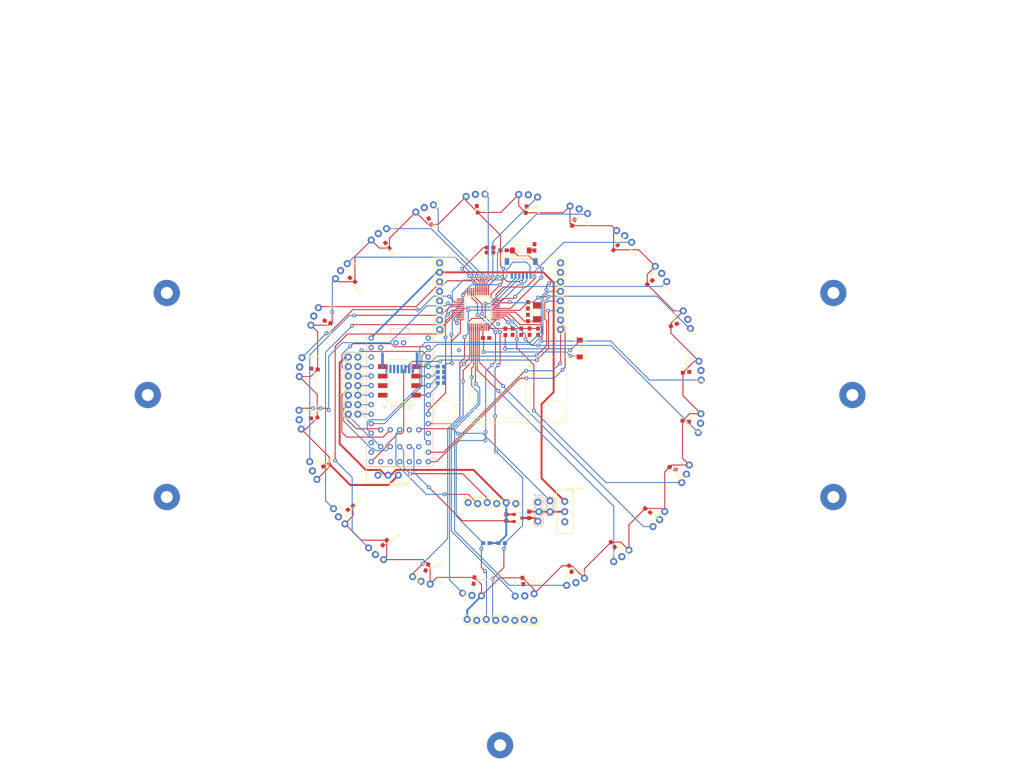
<source format=kicad_pcb>
(kicad_pcb (version 20211014) (generator pcbnew)
  (layers (0 "F.Cu" signal) (31 "B.Cu" signal) (34 "B.Paste" user) (35 "F.Paste" user) (36 "B.SilkS" user "B.Silkscreen") (37 "F.SilkS" user "F.Silkscreen") (38 "B.Mask" user) (39 "F.Mask" user) (44 "Edge.Cuts" user))
  (net 0 "")
  (net 1 "3.3V")
  (net 2 "5V")
  (net 3 "3V3_SWITCH")
  (net 4 "5V_SWITCH")
  (net 5 "GND")
  (net 6 "SWDIO")
  (net 7 "SWCLK")
  (net 8 "OSC_IN")
  (net 9 "OSC_OUT")
  (net 10 "N$70")
  (net 11 "BOOT0")
  (net 12 "N$72")
  (net 13 "N$73")
  (net 14 "N$74")
  (net 15 "RESET")
  (net 16 "TX1_ST2")
  (net 17 "RX1_ST2")
  (net 18 "SCL1")
  (net 19 "SDA1")
  (net 20 "IR1")
  (net 21 "IR2")
  (net 22 "IR3")
  (net 23 "IR4")
  (net 24 "IR5")
  (net 25 "IR6")
  (net 26 "IR7")
  (net 27 "IR8")
  (net 28 "IR9")
  (net 29 "IR10")
  (net 30 "IR13")
  (net 31 "IR11")
  (net 32 "IR12")
  (net 33 "IR14")
  (net 34 "IR15")
  (net 35 "IR16")
  (net 36 "IR17")
  (net 37 "IR18")
  (net 38 "IR19")
  (net 39 "IR20")
  (net 40 "IR21")
  (net 41 "IR22")
  (net 42 "IR24")
  (net 43 "IR23")
  (net 44 "FL_DIR")
  (net 45 "FR_DIR")
  (net 46 "BL_DIR")
  (net 47 "BR_DIR")
  (net 48 "RX3_ST1")
  (net 49 "TX3_ST1")
  (net 50 "FL_PWM")
  (net 51 "FR_PWM")
  (net 52 "BL_PWM")
  (net 53 "BR_PWM")
  (net 54 "LIGHT_INT")
  (net 55 "BATT_LVL")
  (net 56 "ESC_LV")
  (net 57 "SERVO_LV")
  (net 58 "MOSI")
  (net 59 "MISO")
  (net 60 "SCK")
  (net 61 "SS")
  (net 62 "SDA0_TEE")
  (net 63 "SCL0_TEE")
  (net 64 "DIP1")
  (net 65 "DIP2")
  (net 66 "DIP3")
  (net 67 "DIP4")
  (net 68 "RX_BT")
  (net 69 "TX_BT")
  (net 70 "SERVO_HV")
  (net 71 "N$3")
  (net 72 "N$4")
  (net 73 "N$5")
  (net 74 "N$7")
  (net 75 "N$8")
  (net 76 "N$9")
  (net 77 "N$10")
  (footprint "layer3:TSSP58038" (layer "F.Cu") (at 127.401619 135.768366 -113)
    (fp_text reference "UNK3U19")
    (fp_text value "TSSP58038" hide)
  )
  (footprint "layer3:TSSP58038" (layer "F.Cu") (at 141.920157 32.463611 97)
    (fp_text reference "UNK3U9")
    (fp_text value "TSSP58038" hide)
  )
  (footprint "layer3:R0603" (layer "F.Cu") (at 145.8511 46.681104 180)
    (fp_text reference "R5" hide)
    (fp_text value "470")
  )
  (footprint "layer3:C0603" (layer "F.Cu") (at 198.014503 93.01976 -8)
    (fp_text reference "UNK3C2")
    (fp_text value "")
  )
  (footprint "layer3:TSSP58038" (layer "F.Cu") (at 168.729856 136.129032 -68)
    (fp_text reference "UNK3U22")
    (fp_text value "TSSP58038" hide)
  )
  (footprint "layer3:C0603" (layer "F.Cu") (at 155.459756 36.547701 82)
    (fp_text reference "UNK3C8")
    (fp_text value "")
  )
  (footprint "layer3:C0603" (layer "F.Cu") (at 154.594565 135.68841 -83)
    (fp_text reference "UNK3C21")
    (fp_text value "")
  )
  (footprint "layer3:DIPSWITCH-04-SMD" (layer "F.Cu") (at 121.6411 82.261104 -90)
    (fp_text reference "S1" hide)
    (fp_text value "DIP-04SMD" hide)
  )
  (footprint "layer3:C0603" (layer "F.Cu") (at 108.569325 116.151854 -143)
    (fp_text reference "UNK3C17")
    (fp_text value "")
  )
  (footprint "layer3:OPENMV3" (layer "F.Cu") (at 166.2811 49.231104 180)
    (fp_text reference "U$8" hide)
    (fp_text value "OPENMV3" hide)
  )
  (footprint "layer3:C0603" (layer "F.Cu") (at 102.475857 66.524548 157)
    (fp_text reference "UNK3C13")
    (fp_text value "")
  )
  (footprint "layer3:C0603" (layer "F.Cu") (at 117.718025 125.461641 -128)
    (fp_text reference "UNK3C18")
    (fp_text value "")
  )
  (footprint "layer3:C0603" (layer "F.Cu") (at 187.901637 116.844179 -38)
    (fp_text reference "UNK3C24")
    (fp_text value "")
  )
  (footprint "layer3:LQFP48" (layer "F.Cu") (at 142.6611 63.171104 90)
    (fp_text reference "STM32_IR0" hide)
    (fp_text value "STM32F103CBT6" hide)
  )
  (footprint "layer3:TSSP58038" (layer "F.Cu") (at 116.003088 42.934786 127)
    (fp_text reference "UNK3U11")
    (fp_text value "TSSP58038" hide)
  )
  (footprint "layer3:TSSP58038" (layer "F.Cu") (at 202.098593 79.480161 7)
    (fp_text reference "UNK3U3")
    (fp_text value "TSSP58038" hide)
  )
  (footprint "layer3:C0603" (layer "F.Cu") (at 188.432875 55.970354 37)
    (fp_text reference "UNK3C5")
    (fp_text value "")
  )
  (footprint "layer3:C0603" (layer "F.Cu") (at 118.41035 46.129329 127)
    (fp_text reference "UNK3C11")
    (fp_text value "")
  )
  (footprint "layer3:TSSP58038" (layer "F.Cu") (at 105.948519 52.815386 142)
    (fp_text reference "UNK3U12")
    (fp_text value "TSSP58038" hide)
  )
  (footprint "layer3:TSSP58038" (layer "F.Cu") (at 169.600581 36.353842 67)
    (fp_text reference "UNK3U7")
    (fp_text value "TSSP58038" hide)
  )
  (footprint "layer3:1X08_LOCK" (layer "F.Cu") (at 157.5011 146.061104 180)
    (fp_text reference "BNO055")
    (fp_text value "")
  )
  (footprint "layer3:R0603" (layer "F.Cu") (at 149.895565 69.176942 90)
    (fp_text reference "R3" hide)
    (fp_text value "1k")
  )
  (footprint "layer3:TSSP58038" (layer "F.Cu") (at 198.569028 65.832348 22)
    (fp_text reference "UNK3U4")
    (fp_text value "TSSP58038" hide)
  )
  (footprint "layer3:TSSP58038" (layer "F.Cu") (at 140.985754 139.535579 -98)
    (fp_text reference "UNK3U20")
    (fp_text value "TSSP58038" hide)
  )
  (footprint "layer3:TSSP58038" (layer "F.Cu") (at 105.374782 118.559116 -143)
    (fp_text reference "UNK3U17")
    (fp_text value "TSSP58038" hide)
  )
  (footprint "layer3:C0603" (layer "F.Cu") (at 128.964544 132.086347 -113)
    (fp_text reference "UNK3C19")
    (fp_text value "")
  )
  (footprint "layer3:C0603" (layer "F.Cu") (at 155.9211 62.091104 90)
    (fp_text reference "C7" hide)
    (fp_text value "22pF")
  )
  (footprint "layer3:C0603" (layer "F.Cu") (at 154.1146 69.124104 -90)
    (fp_text reference "C2" hide)
    (fp_text value "1uF")
  )
  (footprint "layer3:TSSP58038" (layer "F.Cu") (at 191.053681 119.306822 -38)
    (fp_text reference "UNK3U24")
    (fp_text value "TSSP58038" hide)
  )
  (footprint "layer3:C0603" (layer "F.Cu") (at 194.860293 67.330776 22)
    (fp_text reference "UNK3C4")
    (fp_text value "")
  )
  (footprint "layer3:R0603" (layer "F.Cu") (at 150.144818 118.756779 -90)
    (fp_text reference "R13" hide)
    (fp_text value "4.7k")
  )
  (footprint "layer3:TSSP58038" (layer "F.Cu") (at 98.433172 106.28986 -158)
    (fp_text reference "UNK3U16")
    (fp_text value "TSSP58038" hide)
  )
  (footprint "layer3:C0603" (layer "F.Cu") (at 98.873794 92.154569 -173)
    (fp_text reference "UNK3C15")
    (fp_text value "")
  )
  (footprint "layer3:C0603" (layer "F.Cu") (at 168.037656 40.035861 67)
    (fp_text reference "UNK3C7")
    (fp_text value "")
  )
  (footprint "layer3:C0603" (layer "F.Cu") (at 198.128406 79.967639 7)
    (fp_text reference "UNK3C3")
    (fp_text value "")
  )
  (footprint "layer3:C0603" (layer "F.Cu") (at 194.526343 105.59766 -23)
    (fp_text reference "UNK3C1")
    (fp_text value "")
  )
  (footprint "layer3:C0603" (layer "F.Cu") (at 98.987697 79.102448 172)
    (fp_text reference "UNK3C14")
    (fp_text value "")
  )
  (footprint "layer3:C0603" (layer "F.Cu") (at 142.407635 36.433798 97)
    (fp_text reference "UNK3C9")
    (fp_text value "")
  )
  (footprint "layer3:TSSP58038" (layer "F.Cu") (at 201.975575 93.57645 -8)
    (fp_text reference "UNK3U2")
    (fp_text value "TSSP58038" hide)
  )
  (footprint "layer3:TSSP58038" (layer "F.Cu") (at 155.082043 139.658597 -83)
    (fp_text reference "UNK3U21")
    (fp_text value "TSSP58038" hide)
  )
  (footprint "layer3:C0603" (layer "F.Cu") (at 158.6346 69.144104 -90)
    (fp_text reference "C3" hide)
    (fp_text value "1uF")
  )
  (footprint "layer3:TSSP58038" (layer "F.Cu") (at 95.026625 78.545758 172)
    (fp_text reference "UNK3U14")
    (fp_text value "TSSP58038" hide)
  )
  (footprint "layer3:C0603" (layer "F.Cu") (at 129.770772 39.701911 112)
    (fp_text reference "UNK3C10")
    (fp_text value "")
  )
  (footprint "layer3:R0603" (layer "F.Cu") (at 144.762129 70.802204 180)
    (fp_text reference "R4" hide)
    (fp_text value "10k")
  )
  (footprint "layer3:SOT23-3" (layer "F.Cu") (at 153.244384 118.865466 -90)
    (fp_text reference "Q2" hide)
    (fp_text value "AO3402")
  )
  (footprint "layer3:C0603" (layer "F.Cu") (at 109.100563 55.278029 142)
    (fp_text reference "UNK3C12")
    (fp_text value "")
  )
  (footprint "layer3:MOMENTARY_SWITCH_4X3" (layer "F.Cu") (at 169.7341 73.626104 -90)
    (fp_text reference "BOOT0")
    (fp_text value "MOMENTARY_SWITCH_4X3" hide)
  )
  (footprint "layer3:C0603" (layer "F.Cu") (at 179.284175 46.660567 52)
    (fp_text reference "UNK3C6")
    (fp_text value "")
  )
  (footprint "layer3:TSSP58038" (layer "F.Cu") (at 198.208362 107.160585 -23)
    (fp_text reference "UNK3U1")
    (fp_text value "TSSP58038" hide)
  )
  (footprint "layer3:C0603" (layer "F.Cu") (at 178.59185 125.992879 -53)
    (fp_text reference "UNK3C23")
    (fp_text value "")
  )
  (footprint "layer3:C0603" (layer "F.Cu") (at 155.9311 65.471104 -90)
    (fp_text reference "C6" hide)
    (fp_text value "22pF")
  )
  (footprint "layer3:C0603" (layer "F.Cu") (at 156.3646 69.124104 90)
    (fp_text reference "C5" hide)
    (fp_text value "1uF")
  )
  (footprint "layer3:R0603" (layer "F.Cu") (at 157.671021 46.615289 -90)
    (fp_text reference "R2" hide)
    (fp_text value "1k")
  )
  (footprint "layer3:SWITCH_SPDT_PTH_11.6X4.0MM_LOCK" (layer "F.Cu") (at 118.631891 107.427513 -90)
    (fp_text reference "UNK3V3_PWR0")
    (fp_text value "")
  )
  (footprint "layer3:2X7" (layer "F.Cu") (at 110.554925 91.140741 90)
    (fp_text reference "U$14" hide)
    (fp_text value "CONN_07X2" hide)
  )
  (footprint "layer3:C0603" (layer "F.Cu") (at 141.542444 135.574507 -98)
    (fp_text reference "UNK3C20")
    (fp_text value "")
  )
  (footprint "layer3:SWITCH_SPDT_PTH_11.6X4.0MM_LOCK" (layer "F.Cu") (at 165.7511 117.161104)
    (fp_text reference "UNK5V_PWR0")
    (fp_text value "")
  )
  (footprint "layer3:TSSP58038" (layer "F.Cu") (at 181.746818 43.508523 52)
    (fp_text reference "UNK3U6")
    (fp_text value "TSSP58038" hide)
  )
  (footprint "layer3:TSSP58038" (layer "F.Cu") (at 156.016446 32.586629 82)
    (fp_text reference "UNK3U8")
    (fp_text value "TSSP58038" hide)
  )
  (footprint "layer3:HC-05" (layer "F.Cu") (at 139.9811 114.766604)
    (fp_text reference "BLUETOOTH0")
    (fp_text value "HC-05" hide)
  )
  (footprint "layer3:TSSP58038" (layer "F.Cu") (at 128.272344 35.993176 112)
    (fp_text reference "UNK3U10")
    (fp_text value "TSSP58038" hide)
  )
  (footprint "layer3:LED-0603" (layer "F.Cu") (at 145.816607 47.972998 180)
    (fp_text reference "D1" hide)
    (fp_text value "BLUE" hide)
  )
  (footprint "layer3:R0603" (layer "F.Cu") (at 149.431021 47.394051 180)
    (fp_text reference "R1" hide)
    (fp_text value "10k")
  )
  (footprint "layer3:TSSP58038" (layer "F.Cu") (at 191.627418 53.563092 37)
    (fp_text reference "UNK3U5")
    (fp_text value "TSSP58038" hide)
  )
  (footprint "layer3:TSSP58038" (layer "F.Cu") (at 115.255382 128.613685 -128)
    (fp_text reference "UNK3U18")
    (fp_text value "TSSP58038" hide)
  )
  (footprint "layer3:TSSP58038" (layer "F.Cu") (at 98.793838 64.961623 157)
    (fp_text reference "UNK3U13")
    (fp_text value "TSSP58038" hide)
  )
  (footprint "layer3:TSSP58038" (layer "F.Cu") (at 180.999112 129.187422 -53)
    (fp_text reference "UNK3U23")
    (fp_text value "TSSP58038" hide)
  )
  (footprint "layer3:TSSP58038" (layer "F.Cu") (at 94.903607 92.642047 -173)
    (fp_text reference "UNK3U15")
    (fp_text value "TSSP58038" hide)
  )
  (footprint "layer3:R0603" (layer "F.Cu") (at 156.228093 118.015116 -90)
    (fp_text reference "R12" hide)
    (fp_text value "4.7k")
  )
  (footprint "layer3:C0603" (layer "F.Cu") (at 167.231428 132.420297 -68)
    (fp_text reference "UNK3C22")
    (fp_text value "")
  )
  (footprint "layer3:C0603" (layer "F.Cu") (at 151.8546 69.134104 -90)
    (fp_text reference "C1" hide)
    (fp_text value "1uF")
  )
  (footprint "layer3:CRYSTAL-SMD-5X3.2-2PAD" (layer "F.Cu") (at 158.4511 63.971104 90)
    (fp_text reference "Y1" hide)
    (fp_text value "8MHz")
  )
  (footprint "layer3:MOMENTARY_SWITCH_4X3" (layer "F.Cu") (at 154.0411 47.441104 180)
    (fp_text reference "RST0")
    (fp_text value "MOMENTARY_SWITCH_4X3" hide)
  )
  (footprint "layer3:C0603" (layer "F.Cu") (at 102.141907 104.791432 -158)
    (fp_text reference "UNK3C16")
    (fp_text value "")
  )
  (footprint "layer3:R0603" (layer "B.Cu") (at 132.709166 78.425348)
    (fp_text reference "R6" hide)
    (fp_text value "10k")
  )
  (footprint "layer3:1X03_LOCK" (layer "B.Cu") (at 158.720334 114.646841 -90)
    (fp_text reference "SERVO_IO0")
    (fp_text value "")
  )
  (footprint "layer3:R0603" (layer "B.Cu") (at 132.709632 81.339783)
    (fp_text reference "R8" hide)
    (fp_text value "10k")
  )
  (footprint "layer3:TEENSY-4.0-FULL-BREAKOUT-PINS" (layer "B.Cu") (at 123.0011 86.061104 180)
    (fp_text reference "TEENSY4" hide)
    (fp_text value "TEENSY-4.0-FULL-BREAKOUT-PINS" hide)
  )
  (footprint "layer3:R0603" (layer "B.Cu") (at 132.712875 79.881592)
    (fp_text reference "R7" hide)
    (fp_text value "10k")
  )
  (footprint "layer3:0603" (layer "B.Cu") (at 148.9411 125.561104 180)
    (fp_text reference "R11" hide)
    (fp_text value "4.7k")
  )
  (footprint "layer3:R0603" (layer "B.Cu") (at 132.712775 82.820483)
    (fp_text reference "R9" hide)
    (fp_text value "10k")
  )
  (footprint "layer3:1X02_LOCK" (layer "B.Cu") (at 161.811425 114.478663 -90)
    (fp_text reference "J1" hide)
    (fp_text value "")
  )
  (footprint "layer3:SM06B-SRSS-TB" (layer "B.Cu") (at 154.1231 54.266104 180)
    (fp_text reference "X1" hide)
    (fp_text value "SM06B-SRSS-TB" hide)
  )
  (footprint "layer3:0603" (layer "B.Cu") (at 144.8511 125.561104)
    (fp_text reference "R10" hide)
    (fp_text value "4.7k")
  )
  (gr_arc (start 179.368689 78.172623) (mid 180.331113 78.419406) (end 181.056018 79.098873) (layer "Edge.Cuts") (width 0.001))
  (gr_arc (start 126.972282 50.217774) (mid 127.837165 50.715763) (end 127.8406 51.713764) (layer "Edge.Cuts") (width 0.001))
  (gr_line (start 172.46659 100.172622) (end 190.82324 100.172622) (layer "Edge.Cuts") (width 0.001))
  (gr_line (start 192.510559 97.098872) (end 181.056018 79.098873) (layer "Edge.Cuts") (width 0.001))
  (gr_line (start 83.401069 74.986004) (end 73.23825 73.194023) (layer "Edge.Cuts") (width 0.001))
  (gr_arc (start 126.71536 115.690772) (mid 125.301146 115.104986) (end 124.71536 113.690772) (layer "Edge.Cuts") (width 0.001))
  (gr_arc (start 153.0011 179.511594) (mid 148.5011 183.995522) (end 144.0011 179.511593) (layer "Edge.Cuts") (width 0.001))
  (gr_line (start 190.199781 66.323036) (end 188.914059 63.323036) (layer "Edge.Cuts") (width 0.001))
  (gr_arc (start 229.098531 70.417014) (mid 226.644952 72.216054) (end 223.763951 73.194024) (layer "Edge.Cuts") (width 0.001))
  (gr_arc (start 122.71536 111.690772) (mid 124.129574 112.276558) (end 124.71536 113.690772) (layer "Edge.Cuts") (width 0.001))
  (gr_arc (start 63.829484 105.680364) (mid 61.846769 106.18368) (end 60.458769 104.681035) (layer "Edge.Cuts") (width 0.001))
  (gr_arc (start 170.46659 80.172623) (mid 171.052376 78.758409) (end 172.46659 78.172623) (layer "Edge.Cuts") (width 0.001))
  (gr_arc (start 59.93586 120.887694) (mid 58.095573 121.427564) (end 56.647069 120.170602) (layer "Edge.Cuts") (width 0.001))
  (gr_arc (start 233.172716 66.342823) (mid 235.155435 65.839512) (end 236.543431 67.342164) (layer "Edge.Cuts") (width 0.001))
  (gr_arc (start 169.073759 51.110873) (mid 169.366652 50.403766) (end 170.073759 50.110873) (layer "Edge.Cuts") (width 0.001))
  (gr_arc (start 114.92741 50.687774) (mid 115.290646 50.343139) (end 115.77541 50.217773) (layer "Edge.Cuts") (width 0.001))
  (gr_arc (start 73.23825 73.194023) (mid 70.357249 72.216054) (end 67.90367 70.417014) (layer "Edge.Cuts") (width 0.001))
  (gr_line (start 179.36869 78.172623) (end 172.46659 78.172623) (layer "Edge.Cuts") (width 0.001))
  (gr_arc (start 126.71536 125.690772) (mid 125.301146 125.104986) (end 124.71536 123.690772) (layer "Edge.Cuts") (width 0.001))
  (gr_line (start 114.92741 50.687773) (end 110.065541 58.466773) (layer "Edge.Cuts") (width 0.001))
  (gr_arc (start 122.71536 121.690772) (mid 124.129574 122.276558) (end 124.71536 123.690772) (layer "Edge.Cuts") (width 0.001))
  (gr_arc (start 67.903669 101.606172) (mid 70.357248 99.807132) (end 73.238249 98.829162) (layer "Edge.Cuts") (width 0.001))
  (gr_line (start 122.71536 111.690772) (end 114.71536 111.690772) (layer "Edge.Cuts") (width 0.001))
  (gr_arc (start 110.913541 59.996766) (mid 110.038879 59.48155) (end 110.065541 58.466773) (layer "Edge.Cuts") (width 0.001))
  (gr_arc (start 129.71536 123.690772) (mid 129.129574 125.104986) (end 127.71536 125.690772) (layer "Edge.Cuts") (width 0.001))
  (gr_arc (start 192.510557 97.098871) (mid 192.576438 99.135032) (end 190.82324 100.172622) (layer "Edge.Cuts") (width 0.001))
  (gr_arc (start 237.066337 51.135496) (mid 238.906625 50.595624) (end 240.355131 51.852586) (layer "Edge.Cuts") (width 0.001))
  (gr_line (start 213.601131 97.037185) (end 223.76395 98.829163) (layer "Edge.Cuts") (width 0.001))
  (gr_line (start 172.394559 69.110873) (end 188.36149 69.110873) (layer "Edge.Cuts") (width 0.001))
  (gr_arc (start 83.401069 74.986006) (mid 84.670566 75.778318) (end 85.0349 77.229745) (layer "Edge.Cuts") (width 0.001))
  (gr_arc (start 85.0349 94.793444) (mid 84.430054 86.011595) (end 85.0349 77.229745) (layer "Edge.Cuts") (width 0.001))
  (gr_line (start 63.505669 117.317885) (end 59.93586 120.887694) (layer "Edge.Cuts") (width 0.001))
  (gr_arc (start 119.76871 138.684635) (mid 108.514368 130.744545) (end 99.36691 120.447494) (layer "Edge.Cuts") (width 0.001))
  (gr_arc (start 183.439047 53.176755) (mid 183.674244 53.739212) (end 183.190981 54.110873) (layer "Edge.Cuts") (width 0.001))
  (gr_arc (start 123.397182 59.492765) (mid 123.030851 59.861626) (end 122.52886 59.996764) (layer "Edge.Cuts") (width 0.001))
  (gr_arc (start 240.355131 120.170604) (mid 238.906625 121.427565) (end 237.066338 120.887693) (layer "Edge.Cuts") (width 0.001))
  (gr_line (start 187.075768 62.110873) (end 172.394559 62.110873) (layer "Edge.Cuts") (width 0.001))
  (gr_line (start 123.397182 59.492764) (end 127.8406 51.713764) (layer "Edge.Cuts") (width 0.001))
  (gr_arc (start 56.647069 51.852586) (mid 58.095575 50.595624) (end 59.935863 51.135496) (layer "Edge.Cuts") (width 0.001))
  (gr_line (start 233.172718 66.342823) (end 229.098531 70.417014) (layer "Edge.Cuts") (width 0.001))
  (gr_arc (start 197.63529 120.447492) (mid 214.836397 110.523408) (end 233.496531 117.317885) (layer "Edge.Cuts") (width 0.001))
  (gr_arc (start 99.36691 51.575697) (mid 82.165806 61.499786) (end 63.505669 54.705314) (layer "Edge.Cuts") (width 0.001))
  (gr_arc (start 187.075767 62.110873) (mid 188.176746 62.441198) (end 188.914059 63.323036) (layer "Edge.Cuts") (width 0.001))
  (gr_line (start 126.71536 125.690772) (end 127.71536 125.690772) (layer "Edge.Cuts") (width 0.001))
  (gr_arc (start 170.394559 64.110873) (mid 170.980345 62.696659) (end 172.394559 62.110873) (layer "Edge.Cuts") (width 0.001))
  (gr_line (start 114.71536 121.690772) (end 122.71536 121.690772) (layer "Edge.Cuts") (width 0.001))
  (gr_arc (start 223.76395 98.829163) (mid 226.644951 99.807132) (end 229.09853 101.606172) (layer "Edge.Cuts") (width 0.001))
  (gr_arc (start 60.458769 104.681035) (mid 58.501474 86.0116) (end 60.458769 67.342164) (layer "Edge.Cuts") (width 0.001))
  (gr_line (start 183.43905 53.176754) (end 178.30434 50.242636) (layer "Edge.Cuts") (width 0.001))
  (gr_arc (start 213.601131 97.037183) (mid 212.331634 96.244871) (end 211.9673 94.793444) (layer "Edge.Cuts") (width 0.001))
  (gr_line (start 127.71536 115.690772) (end 126.71536 115.690772) (layer "Edge.Cuts") (width 0.001))
  (gr_arc (start 190.199779 66.323037) (mid 190.031182 68.211863) (end 188.36149 69.110873) (layer "Edge.Cuts") (width 0.001))
  (gr_arc (start 237.06634 51.135495) (mid 238.906627 50.595626) (end 240.35513 51.852589) (layer "Edge.Cuts") (width 0.001))
  (gr_line (start 170.46659 80.172623) (end 170.46659 98.172622) (layer "Edge.Cuts") (width 0.001))
  (gr_arc (start 211.9673 77.229745) (mid 212.572146 86.011595) (end 211.9673 94.793444) (layer "Edge.Cuts") (width 0.001))
  (gr_line (start 67.903669 70.417014) (end 63.829482 66.342823) (layer "Edge.Cuts") (width 0.001))
  (gr_line (start 170.394559 64.110873) (end 170.394559 67.110873) (layer "Edge.Cuts") (width 0.001))
  (gr_arc (start 236.543431 67.342164) (mid 238.500726 86.0116) (end 236.543431 104.681035) (layer "Edge.Cuts") (width 0.001))
  (gr_line (start 169.073759 51.110873) (end 169.073759 53.110873) (layer "Edge.Cuts") (width 0.001))
  (gr_line (start 229.098531 101.606172) (end 233.172718 105.680363) (layer "Edge.Cuts") (width 0.001))
  (gr_line (start 73.23825 98.829163) (end 83.401069 97.037185) (layer "Edge.Cuts") (width 0.001))
  (gr_arc (start 172.394559 69.110873) (mid 170.980345 68.525087) (end 170.394559 67.110873) (layer "Edge.Cuts") (width 0.001))
  (gr_arc (start 177.8082 50.110873) (mid 178.064867 50.144382) (end 178.30434 50.242636) (layer "Edge.Cuts") (width 0.001))
  (gr_arc (start 153.0011 179.511593) (mid 159.514605 155.772699) (end 177.23349 138.684635) (layer "Edge.Cuts") (width 0.001))
  (gr_arc (start 114.71536 121.690772) (mid 113.301146 121.104986) (end 112.71536 119.690772) (layer "Edge.Cuts") (width 0.001))
  (gr_arc (start 56.647069 120.170604) (mid 50.500893 86.011595) (end 56.647069 51.852585) (layer "Edge.Cuts") (width 0.001))
  (gr_arc (start 63.505671 117.317884) (mid 82.165805 110.523409) (end 99.36691 120.447494) (layer "Edge.Cuts") (width 0.001))
  (gr_line (start 129.71536 123.690772) (end 129.71536 117.690772) (layer "Edge.Cuts") (width 0.001))
  (gr_arc (start 85.034902 94.793444) (mid 84.670567 96.244873) (end 83.401069 97.037185) (layer "Edge.Cuts") (width 0.001))
  (gr_arc (start 233.496525 54.705312) (mid 214.836077 61.499291) (end 197.634881 51.575114) (layer "Edge.Cuts") (width 0.001))
  (gr_arc (start 211.967298 77.229745) (mid 212.331633 75.778316) (end 213.601131 74.986004) (layer "Edge.Cuts") (width 0.001))
  (gr_line (start 112.71536 113.690772) (end 112.71536 119.690772) (layer "Edge.Cuts") (width 0.001))
  (gr_arc (start 99.36691 51.575695) (mid 148.501101 26.011678) (end 197.635291 51.575696) (layer "Edge.Cuts") (width 0.001))
  (gr_line (start 233.496531 54.705314) (end 237.06634 51.135495) (layer "Edge.Cuts") (width 0.001))
  (gr_line (start 126.972282 50.217773) (end 115.77541 50.217773) (layer "Edge.Cuts") (width 0.001))
  (gr_line (start 177.8082 50.110873) (end 170.073759 50.110873) (layer "Edge.Cuts") (width 0.001))
  (gr_arc (start 127.71536 115.690772) (mid 129.129574 116.276558) (end 129.71536 117.690772) (layer "Edge.Cuts") (width 0.001))
  (gr_line (start 237.06634 120.887694) (end 233.496531 117.317885) (layer "Edge.Cuts") (width 0.001))
  (gr_arc (start 236.543429 104.681033) (mid 235.155432 106.183678) (end 233.172718 105.680363) (layer "Edge.Cuts") (width 0.001))
  (gr_arc (start 119.768711 138.684635) (mid 137.487596 155.7727) (end 144.0011 179.511594) (layer "Edge.Cuts") (width 0.001))
  (gr_arc (start 172.46659 100.172622) (mid 171.052376 99.586836) (end 170.46659 98.172622) (layer "Edge.Cuts") (width 0.001))
  (gr_line (start 59.93586 51.135495) (end 63.505669 54.705314) (layer "Edge.Cuts") (width 0.001))
  (gr_line (start 223.76395 73.194023) (end 213.601131 74.986004) (layer "Edge.Cuts") (width 0.001))
  (gr_arc (start 240.355131 51.852586) (mid 246.501307 86.011595) (end 240.355131 120.170605) (layer "Edge.Cuts") (width 0.001))
  (gr_arc (start 233.496529 54.705314) (mid 214.836393 61.499785) (end 197.63529 51.575695) (layer "Edge.Cuts") (width 0.001))
  (gr_line (start 110.913541 59.996764) (end 122.52886 59.996764) (layer "Edge.Cuts") (width 0.001))
  (gr_arc (start 60.45877 67.342166) (mid 61.846764 65.839514) (end 63.829482 66.342823) (layer "Edge.Cuts") (width 0.001))
  (gr_arc (start 197.63529 120.447494) (mid 188.487832 130.744545) (end 177.23349 138.684635) (layer "Edge.Cuts") (width 0.001))
  (gr_arc (start 240.355131 120.170604) (mid 238.906625 121.427565) (end 237.066338 120.887693) (layer "Edge.Cuts") (width 0.001))
  (gr_line (start 63.829482 105.680363) (end 67.903669 101.606172) (layer "Edge.Cuts") (width 0.001))
  (gr_arc (start 170.073759 54.110873) (mid 169.366652 53.81798) (end 169.073759 53.110873) (layer "Edge.Cuts") (width 0.001))
  (gr_line (start 170.073759 54.110873) (end 183.190981 54.110873) (layer "Edge.Cuts") (width 0.001))
  (gr_arc (start 112.71536 113.690772) (mid 113.301146 112.276558) (end 114.71536 111.690772) (layer "Edge.Cuts") (width 0.001))
  (gr_text "3.3V" (at 108.2311 77.931104 90) (layer "F.SilkS") (effects (font (size 0.747776 0.747776) (thickness 0.065024)) (justify left bottom)))
  (segment (start 150.144818 117.906779) (end 150.144818 114.770322) (width 0.508) (layer "F.Cu") (net 1))
  (segment (start 117.892297 107.427513) (end 116.4935 106.028716) (width 0.508) (layer "F.Cu") (net 1))
  (segment (start 118.631891 107.427513) (end 119.356991 107.427513) (width 0.508) (layer "F.Cu") (net 1))
  (segment (start 150.144818 114.770322) (end 150.1411 114.766604) (width 0.508) (layer "F.Cu") (net 1))
  (segment (start 119.356991 107.427513) (end 120.755788 106.028716) (width 0.508) (layer "F.Cu") (net 1))
  (segment (start 107.259219 75.900742) (end 105.698125 77.461836) (width 0.508) (layer "F.Cu") (net 1))
  (segment (start 118.631891 107.427513) (end 117.892297 107.427513) (width 0.508) (layer "F.Cu") (net 1))
  (segment (start 152.244384 117.915466) (end 150.153506 117.915466) (width 0.508) (layer "F.Cu") (net 1))
  (segment (start 150.153506 117.915466) (end 150.144818 117.906779) (width 0.508) (layer "F.Cu") (net 1))
  (segment (start 108.014925 75.900742) (end 107.259219 75.900742) (width 0.508) (layer "F.Cu") (net 1))
  (segment (start 141.403213 106.028716) (end 120.755788 106.028716) (width 0.508) (layer "F.Cu") (net 1))
  (segment (start 112.662513 106.028716) (end 105.698125 99.064329) (width 0.508) (layer "F.Cu") (net 1))
  (segment (start 150.1411 114.766604) (end 141.403213 106.028716) (width 0.508) (layer "F.Cu") (net 1))
  (segment (start 116.4935 106.028716) (end 112.662513 106.028716) (width 0.508) (layer "F.Cu") (net 1))
  (segment (start 105.698125 99.064329) (end 105.698125 77.461836) (width 0.508) (layer "F.Cu") (net 1))
  (segment (start 150.1411 123.511104) (end 150.1411 114.766604) (width 0.508) (layer "B.Cu") (net 1))
  (segment (start 145.7011 125.561104) (end 148.0911 125.561104) (width 0.508) (layer "B.Cu") (net 1))
  (segment (start 148.0911 125.561104) (end 150.1411 123.511104) (width 0.508) (layer "B.Cu") (net 1))
  (segment (start 161.811425 117.196463) (end 165.71574 117.196463) (width 0.508) (layer "F.Cu") (net 2))
  (segment (start 161.801803 117.186841) (end 161.811425 117.196463) (width 0.508) (layer "F.Cu") (net 2))
  (segment (start 156.228093 117.165116) (end 158.825609 117.165116) (width 0.508) (layer "F.Cu") (net 2))
  (segment (start 158.847334 117.186841) (end 161.801803 117.186841) (width 0.508) (layer "F.Cu") (net 2))
  (segment (start 165.71574 117.196463) (end 165.7511 117.161104) (width 0.508) (layer "F.Cu") (net 2))
  (segment (start 158.825609 117.165116) (end 158.847334 117.186841) (width 0.508) (layer "F.Cu") (net 2))
  (segment (start 98.976975 92.791463) (end 99.71746 92.050979) (width 0.254) (layer "F.Cu") (net 3))
  (segment (start 139.430047 34.196286) (end 141.555644 36.321883) (width 0.254) (layer "F.Cu") (net 3))
  (segment (start 178.760862 47.330376) (end 178.760862 46.283211) (width 0.254) (layer "F.Cu") (net 3))
  (segment (start 146.0711 61.685623) (end 146.0711 59.079048) (width 0.254) (layer "F.Cu") (net 3))
  (segment (start 148.581021 43.347261) (end 142.511225 37.277464) (width 0.254) (layer "F.Cu") (net 3))
  (segment (start 118.241338 125.838997) (end 118.241338 124.791832) (width 0.254) (layer "F.Cu") (net 3))
  (segment (start 154.1211 55.754104) (end 150.417931 55.754104) (width 0.254) (layer "F.Cu") (net 3))
  (segment (start 148.5811 47.394129) (end 148.5811 51.528104) (width 0.254) (layer "F.Cu") (net 3))
  (segment (start 185.470453 47.26192) (end 178.829318 47.26192) (width 0.254) (layer "F.Cu") (net 3))
  (segment (start 167.705534 40.818292) (end 178.262284 40.818292) (width 0.254) (layer "F.Cu") (net 3))
  (segment (start 189.895953 51.68742) (end 187.754034 53.829339) (width 0.254) (layer "F.Cu") (net 3))
  (segment (start 99.829425 69.193186) (end 98.035191 67.398951) (width 0.254) (layer "F.Cu") (net 3))
  (segment (start 108.4603 55.83362) (end 108.418985 55.801342) (width 0.254) (layer "F.Cu") (net 3))
  (segment (start 194.072184 69.525298) (end 194.072184 67.649192) (width 0.254) (layer "F.Cu") (net 3))
  (segment (start 146.0711 65.685623) (end 146.291582 65.906104) (width 0.254) (layer "F.Cu") (net 3))
  (segment (start 130.089188 40.49002) (end 131.965294 40.49002) (width 0.254) (layer "F.Cu") (net 3))
  (segment (start 105.412922 55.801342) (end 104.584894 54.973314) (width 0.254) (layer "F.Cu") (net 3))
  (segment (start 143.536385 136.608419) (end 141.660744 134.732779) (width 0.254) (layer "F.Cu") (net 3))
  (segment (start 114.127416 44.680298) (end 109.770372 49.037342) (width 0.254) (layer "F.Cu") (net 3))
  (segment (start 188.583215 116.320866) (end 191.589278 116.320866) (width 0.254) (layer "F.Cu") (net 3))
  (segment (start 153.465815 32.484661) (end 153.465815 35.513789) (width 0.254) (layer "F.Cu") (net 3))
  (segment (start 96.681929 95.132157) (end 98.813919 93.000166) (width 0.254) (layer "F.Cu") (net 3))
  (segment (start 94.924657 81.096389) (end 97.953785 81.096389) (width 0.254) (layer "F.Cu") (net 3))
  (segment (start 103.258288 66.85667) (end 102.716007 67.398951) (width 0.254) (layer "F.Cu") (net 3))
  (segment (start 108.418985 55.801342) (end 105.412922 55.801342) (width 0.254) (layer "F.Cu") (net 3))
  (segment (start 137.9031 65.921104) (end 137.9031 69.346104) (width 0.254) (layer "F.Cu") (net 3))
  (segment (start 143.536385 139.637547) (end 148.329188 134.844744) (width 0.254) (layer "F.Cu") (net 3))
  (segment (start 178.760862 46.283211) (end 178.728581 46.020301) (width 0.254) (layer "F.Cu") (net 3))
  (segment (start 170.989753 134.942025) (end 170.989753 132.404591) (width 0.254) (layer "F.Cu") (net 3))
  (segment (start 131.965294 40.49002) (end 139.430047 33.025267) (width 0.254) (layer "F.Cu") (net 3))
  (segment (start 156.3646 68.274104) (end 158.6146 68.274104) (width 0.254) (layer "F.Cu") (net 3))
  (segment (start 147.4191 65.921104) (end 145.4111 67.929104) (width 0.254) (layer "F.Cu") (net 3))
  (segment (start 107.115516 120.425519) (end 107.106247 120.434788) (width 0.254) (layer "F.Cu") (net 3))
  (segment (start 198.188281 79.122042) (end 200.320271 76.990051) (width 0.254) (layer "F.Cu") (net 3))
  (segment (start 109.770372 55.801342) (end 109.770372 49.037342) (width 0.254) (layer "F.Cu") (net 3))
  (segment (start 146.0711 61.685623) (end 146.0711 65.685623) (width 0.254) (layer "F.Cu") (net 3))
  (segment (start 129.838947 132.11075) (end 129.838947 136.527013) (width 0.254) (layer "F.Cu") (net 3))
  (segment (start 131.633182 134.732779) (end 141.660744 134.732779) (width 0.254) (layer "F.Cu") (net 3))
  (segment (start 118.241338 126.143225) (end 118.273619 126.101907) (width 0.254) (layer "F.Cu") (net 3))
  (segment (start 188.5419 116.288588) (end 188.583215 116.320866) (width 0.254) (layer "F.Cu") (net 3))
  (segment (start 108.723185 55.801342) (end 108.4603 55.83362) (width 0.254) (layer "F.Cu") (net 3))
  (segment (start 182.874784 127.455957) (end 182.874784 120.67791) (width 0.254) (layer "F.Cu") (net 3))
  (segment (start 117.41331 129.97731) (end 118.241338 129.149282) (width 0.254) (layer "F.Cu") (net 3))
  (segment (start 99.620179 108.549757) (end 102.930016 105.239919) (width 0.254) (layer "F.Cu") (net 3))
  (segment (start 149.842065 68.273442) (end 145.755438 68.273442) (width 0.254) (layer "F.Cu") (net 3))
  (segment (start 151.8546 68.284104) (end 154.1046 68.284104) (width 0.254) (layer "F.Cu") (net 3))
  (segment (start 139.5621 58.413104) (end 138.5571 59.418104) (width 0.254) (layer "F.Cu") (net 3))
  (segment (start 149.055987 56.094161) (end 148.545071 56.605076) (width 0.254) (layer "F.Cu") (net 3))
  (segment (start 180.732865 125.314038) (end 182.874784 127.455957) (width 0.254) (layer "F.Cu") (net 3))
  (segment (start 137.9031 69.346104) (end 135.5011 71.748104) (width 0.254) (layer "F.Cu") (net 3))
  (segment (start 118.977032 44.215598) (end 126.012447 37.180183) (width 0.254) (layer "F.Cu") (net 3))
  (segment (start 111.481829 124.791832) (end 107.115516 120.425519) (width 0.254) (layer "F.Cu") (net 3))
  (segment (start 109.248166 115.64031) (end 109.248166 118.292869) (width 0.254) (layer "F.Cu") (net 3))
  (segment (start 200.320271 76.990051) (end 201.536937 76.990051) (width 0.254) (layer "F.Cu") (net 3))
  (segment (start 102.716007 67.398951) (end 98.035191 67.398951) (width 0.254) (layer "F.Cu") (net 3))
  (segment (start 129.838947 136.527013) (end 131.633182 134.732779) (width 0.254) (layer "F.Cu") (net 3))
  (segment (start 97.953785 81.096389) (end 99.829425 79.220748) (width 0.254) (layer "F.Cu") (net 3))
  (segment (start 155.440165 135.748285) (end 155.446556 135.800325) (width 0.254) (layer "F.Cu") (net 3))
  (segment (start 102.930016 104.473016) (end 108.518104 110.061104) (width 0.508) (layer "F.Cu") (net 3))
  (segment (start 129.322285 40.49002) (end 130.089188 40.49002) (width 0.254) (layer "F.Cu") (net 3))
  (segment (start 139.9111 58.413104) (end 139.5621 58.413104) (width 0.254) (layer "F.Cu") (net 3))
  (segment (start 146.306582 61.921104) (end 146.0711 61.685623) (width 0.254) (layer "F.Cu") (net 3))
  (segment (start 187.754034 53.829339) (end 187.754034 56.481898) (width 0.254) (layer "F.Cu") (net 3))
  (segment (start 157.572153 139.096941) (end 165.036906 131.632188) (width 0.254) (layer "F.Cu") (net 3))
  (segment (start 135.5011 71.748104) (end 135.5011 77.418942) (width 0.254) (layer "F.Cu") (net 3))
  (segment (start 198.967009 104.723257) (end 197.172775 102.929022) (width 0.254) (layer "F.Cu") (net 3))
  (segment (start 178.760862 45.978983) (end 178.760862 42.972926) (width 0.254) (layer "F.Cu") (net 3))
  (segment (start 150.417931 55.754104) (end 149.055987 54.392161) (width 0.254) (layer "F.Cu") (net 3))
  (segment (start 155.231459 135.585229) (end 155.440165 135.748285) (width 0.254) (layer "F.Cu") (net 3))
  (segment (start 165.369018 37.389429) (end 155.341456 37.389429) (width 0.254) (layer "F.Cu") (net 3))
  (segment (start 103.720288 63.881786) (end 103.7431 63.858973) (width 0.254) (layer "F.Cu") (net 3))
  (segment (start 109.770372 55.801342) (end 108.723185 55.801342) (width 0.254) (layer "F.Cu") (net 3))
  (segment (start 135.5011 69.921104) (end 135.5011 71.748104) (width 0.254) (layer "F.Cu") (net 3))
  (segment (start 141.562035 36.373923) (end 141.770741 36.536979) (width 0.254) (layer "F.Cu") (net 3))
  (segment (start 99.71746 85.889192) (end 94.924657 81.096389) (width 0.254) (layer "F.Cu") (net 3))
  (segment (start 194.844587 63.572451) (end 197.382021 63.572451) (width 0.254) (layer "F.Cu") (net 3))
  (segment (start 141.555644 36.321883) (end 141.562035 36.373923) (width 0.254) (layer "F.Cu") (net 3))
  (segment (start 197.172775 102.929022) (end 197.172775 92.90146) (width 0.254) (layer "F.Cu") (net 3))
  (segment (start 118.273619 126.101907) (end 118.241338 125.838997) (width 0.254) (layer "F.Cu") (net 3))
  (segment (start 139.430047 33.025267) (end 139.430047 34.196286) (width 0.254) (layer "F.Cu") (net 3))
  (segment (start 102.930016 105.239919) (end 102.930016 104.473016) (width 0.254) (layer "F.Cu") (net 3))
  (segment (start 166.913012 131.632188) (end 167.679915 131.632188) (width 0.254) (layer "F.Cu") (net 3))
  (segment (start 142.511225 37.277464) (end 148.673012 37.277464) (width 0.254) (layer "F.Cu") (net 3))
  (segment (start 145.755438 68.273442) (end 145.4111 67.929104) (width 0.254) (layer "F.Cu") (net 3))
  (segment (start 167.163253 35.595195) (end 165.369018 37.389429) (width 0.254) (layer "F.Cu") (net 3))
  (segment (start 129.296666 131.303916) (end 129.838947 132.11075) (width 0.254) (layer "F.Cu") (net 3))
  (segment (start 167.705534 40.818292) (end 167.163253 40.276011) (width 0.254) (layer "F.Cu") (net 3))
  (segment (start 151.811762 68.326942) (end 151.8546 68.284104) (width 0.254) (layer "F.Cu") (net 3))
  (segment (start 198.025225 79.330745) (end 198.188281 79.122042) (width 0.254) (layer "F.Cu") (net 3))
  (segment (start 149.895565 68.326942) (end 151.811762 68.326942) (width 0.254) (layer "F.Cu") (net 3))
  (segment (start 102.930016 102.59691) (end 95.465263 95.132157) (width 0.254) (layer "F.Cu") (net 3))
  (segment (start 155.446556 135.800325) (end 157.572153 137.925922) (width 0.254) (layer "F.Cu") (net 3))
  (segment (start 108.518104 110.061104) (end 118.7161 110.061104) (width 0.508) (layer "F.Cu") (net 3))
  (segment (start 167.679915 131.632188) (end 170.989753 134.942025) (width 0.254) (layer "F.Cu") (net 3))
  (segment (start 194.286193 104.723257) (end 198.967009 104.723257) (width 0.254) (layer "F.Cu") (net 3))
  (segment (start 127.97006 129.97731) (end 129.296666 131.303916) (width 0.254) (layer "F.Cu") (net 3))
  (segment (start 98.813919 93.000166) (end 98.976975 92.791463) (width 0.254) (layer "F.Cu") (net 3))
  (segment (start 148.329188 134.844744) (end 154.490975 134.844744) (width 0.254) (layer "F.Cu") (net 3))
  (segment (start 154.490975 134.844744) (end 155.231459 135.585229) (width 0.254) (layer "F.Cu") (net 3))
  (segment (start 182.874784 120.67791) (end 187.231828 116.320866) (width 0.254) (layer "F.Cu") (net 3))
  (segment (start 146.291582 65.906104) (end 147.4041 65.906104) (width 0.254) (layer "F.Cu") (net 3))
  (segment (start 194.072184 66.882289) (end 197.382021 63.572451) (width 0.254) (layer "F.Cu") (net 3))
  (segment (start 102.930016 102.59691) (end 102.930016 104.473016) (width 0.254) (layer "F.Cu") (net 3))
  (segment (start 117.41331 129.97731) (end 127.97006 129.97731) (width 0.254) (layer "F.Cu") (net 3))
  (segment (start 197.172775 92.90146) (end 199.048415 91.025819) (width 0.254) (layer "F.Cu") (net 3))
  (segment (start 202.077543 91.025819) (end 197.28474 86.233016) (width 0.254) (layer "F.Cu") (net 3))
  (segment (start 187.754034 56.481898) (end 194.844587 63.572451) (width 0.254) (layer "F.Cu") (net 3))
  (segment (start 103.258288 66.85667) (end 103.720288 66.39467) (width 0.254) (layer "F.Cu") (net 3))
  (segment (start 143.536385 139.637547) (end 143.536385 136.608419) (width 0.254) (layer "F.Cu") (net 3))
  (segment (start 118.241338 129.149282) (end 118.241338 126.143225) (width 0.254) (layer "F.Cu") (net 3))
  (segment (start 194.072184 67.649192) (end 194.072184 66.882289) (width 0.254) (layer "F.Cu") (net 3))
  (segment (start 197.28474 80.071229) (end 198.025225 79.330745) (width 0.254) (layer "F.Cu") (net 3))
  (segment (start 178.262284 40.818292) (end 179.58889 42.144898) (width 0.254) (layer "F.Cu") (net 3))
  (segment (start 95.465263 95.132157) (end 96.681929 95.132157) (width 0.254) (layer "F.Cu") (net 3))
  (segment (start 165.036906 131.632188) (end 166.913012 131.632188) (width 0.254) (layer "F.Cu") (net 3))
  (segment (start 149.895565 68.326942) (end 149.842065 68.273442) (width 0.254) (layer "F.Cu") (net 3))
  (segment (start 158.6146 68.274104) (end 158.6346 68.294104) (width 0.254) (layer "F.Cu") (net 3))
  (segment (start 114.127416 44.680298) (end 114.127416 44.666251) (width 0.254) (layer "F.Cu") (net 3))
  (segment (start 148.581021 47.394051) (end 148.5811 47.394129) (width 0.254) (layer "F.Cu") (net 3))
  (segment (start 99.829425 79.220748) (end 99.829425 69.193186) (width 0.254) (layer "F.Cu") (net 3))
  (segment (start 167.163253 40.276011) (end 167.163253 35.595195) (width 0.254) (layer "F.Cu") (net 3))
  (segment (start 148.673012 37.277464) (end 153.465815 32.484661) (width 0.254) (layer "F.Cu") (net 3))
  (segment (start 187.231828 116.320866) (end 188.279015 116.320866) (width 0.254) (layer "F.Cu") (net 3))
  (segment (start 178.728581 46.020301) (end 178.760862 45.978983) (width 0.254) (layer "F.Cu") (net 3))
  (segment (start 197.28474 86.233016) (end 197.28474 80.071229) (width 0.254) (layer "F.Cu") (net 3))
  (segment (start 147.4191 61.921104) (end 146.306582 61.921104) (width 0.254) (layer "F.Cu") (net 3))
  (segment (start 118.921894 46.80817) (end 118.977032 46.753033) (width 0.254) (layer "F.Cu") (net 3))
  (segment (start 178.760862 47.330376) (end 178.829318 47.26192) (width 0.254) (layer "F.Cu") (net 3))
  (segment (start 193.743912 105.265538) (end 194.286193 104.723257) (width 0.254) (layer "F.Cu") (net 3))
  (segment (start 188.279015 116.320866) (end 188.5419 116.288588) (width 0.254) (layer "F.Cu") (net 3))
  (segment (start 118.7161 110.061104) (end 121.349691 107.427513) (width 0.508) (layer "F.Cu") (net 3))
  (segment (start 170.989753 132.404591) (end 178.080306 125.314038) (width 0.254) (layer "F.Cu") (net 3))
  (segment (start 199.048415 91.025819) (end 202.077543 91.025819) (width 0.254) (layer "F.Cu") (net 3))
  (segment (start 192.417306 106.592144) (end 193.743912 105.265538) (width 0.254) (layer "F.Cu") (net 3))
  (segment (start 118.241338 124.791832) (end 111.481829 124.791832) (width 0.254) (layer "F.Cu") (net 3))
  (segment (start 114.127416 44.666251) (end 116.269335 46.80817) (width 0.254) (layer "F.Cu") (net 3))
  (segment (start 116.269335 46.80817) (end 118.921894 46.80817) (width 0.254) (layer "F.Cu") (net 3))
  (segment (start 157.572153 137.925922) (end 157.572153 139.096941) (width 0.254) (layer "F.Cu") (net 3))
  (segment (start 178.760862 42.972926) (end 179.58889 42.144898) (width 0.254) (layer "F.Cu") (net 3))
  (segment (start 191.589278 116.320866) (end 192.417306 117.148894) (width 0.254) (layer "F.Cu") (net 3))
  (segment (start 201.536937 76.990051) (end 194.072184 69.525298) (width 0.254) (layer "F.Cu") (net 3))
  (segment (start 141.770741 36.536979) (end 142.511225 37.277464) (width 0.254) (layer "F.Cu") (net 3))
  (segment (start 154.1146 68.274104) (end 156.3646 68.274104) (width 0.254) (layer "F.Cu") (net 3))
  (segment (start 135.5011 77.418942) (end 135.643263 77.561104) (width 0.254) (layer "F.Cu") (net 3))
  (segment (start 192.417306 117.148894) (end 192.417306 106.592144) (width 0.254) (layer "F.Cu") (net 3))
  (segment (start 103.720288 63.881786) (end 103.720288 66.39467) (width 0.254) (layer "F.Cu") (net 3))
  (segment (start 148.581021 47.394051) (end 148.581021 43.347261) (width 0.254) (layer "F.Cu") (net 3))
  (segment (start 149.055987 56.094161) (end 149.055987 54.392161) (width 0.254) (layer "F.Cu") (net 3))
  (segment (start 99.71746 92.050979) (end 99.71746 85.889192) (width 0.254) (layer "F.Cu") (net 3))
  (segment (start 148.545071 56.605076) (end 146.0711 59.079048) (width 0.254) (layer "F.Cu") (net 3))
  (segment (start 148.5811 51.528104) (end 149.3811 52.328104) (width 0.254) (layer "F.Cu") (net 3))
  (segment (start 154.1046 68.284104) (end 154.1146 68.274104) (width 0.254) (layer "F.Cu") (net 3))
  (segment (start 109.248166 118.292869) (end 107.115516 120.425519) (width 0.254) (layer "F.Cu") (net 3))
  (segment (start 126.012447 37.180183) (end 129.322285 40.49002) (width 0.254) (layer "F.Cu") (net 3))
  (segment (start 147.4041 65.906104) (end 147.4191 65.921104) (width 0.254) (layer "F.Cu") (net 3))
  (segment (start 153.465815 35.513789) (end 155.341456 37.389429) (width 0.254) (layer "F.Cu") (net 3))
  (segment (start 178.080306 125.314038) (end 180.732865 125.314038) (width 0.254) (layer "F.Cu") (net 3))
  (segment (start 118.977032 44.215598) (end 118.977032 46.753033) (width 0.254) (layer "F.Cu") (net 3))
  (segment (start 185.470453 47.26192) (end 189.895953 51.68742) (width 0.254) (layer "F.Cu") (net 3))
  (via (at 149.055987 54.392161) (size 1.016) (drill 0.508) (layers "F.Cu" "B.Cu") (net 3))
  (via (at 135.643263 77.561104) (size 1.016) (drill 0.508) (layers "F.Cu" "B.Cu") (net 3))
  (via (at 154.1211 55.754104) (size 1.016) (drill 0.508) (layers "F.Cu" "B.Cu") (net 3))
  (via (at 135.5011 69.921104) (size 1.016) (drill 0.508) (layers "F.Cu" "B.Cu") (net 3))
  (via (at 149.3811 52.328104) (size 1.016) (drill 0.508) (layers "F.Cu" "B.Cu") (net 3))
  (via (at 103.7431 63.858973) (size 1.016) (drill 0.508) (layers "F.Cu" "B.Cu") (net 3))
  (via (at 148.545071 56.605076) (size 1.016) (drill 0.508) (layers "F.Cu" "B.Cu") (net 3))
  (via (at 138.5571 59.418104) (size 1.016) (drill 0.508) (layers "F.Cu" "B.Cu") (net 3))
  (segment (start 133.559166 78.425348) (end 133.559166 79.877883) (width 0.254) (layer "B.Cu") (net 3))
  (segment (start 133.559632 81.339783) (end 133.559632 82.817339) (width 0.254) (layer "B.Cu") (net 3))
  (segment (start 133.559632 81.339783) (end 133.559632 79.884836) (width 0.254) (layer "B.Cu") (net 3))
  (segment (start 135.732594 64.056611) (end 135.732594 69.689611) (width 0.254) (layer "B.Cu") (net 3))
  (segment (start 103.7431 55.815108) (end 104.584894 54.973314) (width 0.254) (layer "B.Cu") (net 3))
  (segment (start 138.5571 59.418104) (end 138.5571 61.232104) (width 0.254) (layer "B.Cu") (net 3))
  (segment (start 138.5571 59.418104) (end 138.5571 58.863104) (width 0.254) (layer "B.Cu") (net 3))
  (segment (start 135.643263 77.561104) (end 134.472263 77.561104) (width 0.254) (layer "B.Cu") (net 3))
  (segment (start 154.6231 54.266104) (end 154.6231 55.252104) (width 0.254) (layer "B.Cu") (net 3))
  (segment (start 139.7211 143.452832) (end 143.536385 139.637547) (width 0.508) (layer "B.Cu") (net 3))
  (segment (start 133.559632 82.817339) (end 133.562775 82.820483) (width 0.254) (layer "B.Cu") (net 3))
  (segment (start 133.559166 79.877883) (end 133.562875 79.881592) (width 0.254) (layer "B.Cu") (net 3))
  (segment (start 138.5571 61.232104) (end 135.732594 64.056611) (width 0.254) (layer "B.Cu") (net 3))
  (segment (start 139.7211 145.934104) (end 139.7211 143.452832) (width 0.508) (layer "B.Cu") (net 3))
  (segment (start 149.3811 54.067048) (end 149.3811 52.328104) (width 0.254) (layer "B.Cu") (net 3))
  (segment (start 134.472263 77.561104) (end 133.608019 78.425348) (width 0.254) (layer "B.Cu") (net 3))
  (segment (start 133.608019 78.425348) (end 133.559166 78.425348) (width 0.254) (layer "B.Cu") (net 3))
  (segment (start 133.559632 79.884836) (end 133.562875 79.881592) (width 0.254) (layer "B.Cu") (net 3))
  (segment (start 140.815129 56.605076) (end 148.545071 56.605076) (width 0.254) (layer "B.Cu") (net 3))
  (segment (start 140.815129 56.605076) (end 138.5571 58.863104) (width 0.254) (layer "B.Cu") (net 3))
  (segment (start 154.6231 55.252104) (end 154.1211 55.754104) (width 0.254) (layer "B.Cu") (net 3))
  (segment (start 135.5011 69.921104) (end 135.732594 69.689611) (width 0.254) (layer "B.Cu") (net 3))
  (segment (start 149.055987 54.392161) (end 149.3811 54.067048) (width 0.254) (layer "B.Cu") (net 3))
  (segment (start 103.7431 63.858973) (end 103.7431 55.815108) (width 0.254) (layer "B.Cu") (net 3))
  (segment (start 159.5589 88.47241) (end 159.5589 108.251104) (width 0.508) (layer "F.Cu") (net 4))
  (segment (start 159.5589 108.251104) (end 165.7511 114.443304) (width 0.508) (layer "F.Cu") (net 4))
  (segment (start 162.7866 85.244711) (end 159.5589 88.47241) (width 0.508) (layer "F.Cu") (net 4))
  (segment (start 160.047812 53.295104) (end 162.7866 56.033892) (width 0.508) (layer "F.Cu") (net 4))
  (segment (start 160.047812 53.295104) (end 132.3721 53.295104) (width 0.508) (layer "F.Cu") (net 4))
  (segment (start 162.7866 56.033892) (end 162.7866 85.244711) (width 0.508) (layer "F.Cu") (net 4))
  (segment (start 132.3721 53.295104) (end 131.5616 53.295104) (width 0.508) (layer "B.Cu") (net 4))
  (segment (start 131.5616 53.295104) (end 114.1111 70.745604) (width 0.508) (layer "B.Cu") (net 4))
  (segment (start 114.1111 70.821104) (end 114.1111 70.745604) (width 0.508) (layer "B.Cu") (net 4))
  (via (at 137.5011 74.061104) (size 1.016) (drill 0.508) (layers "F.Cu" "B.Cu") (net 5))
  (via (at 148.0011 67.061104) (size 1.016) (drill 0.508) (layers "F.Cu" "B.Cu") (net 5))
  (segment (start 136.2511 66.061936) (end 137.046594 66.857429) (width 0.254) (layer "F.Cu") (net 6))
  (segment (start 137.9031 64.921104) (end 137.8901 64.934104) (width 0.254) (layer "F.Cu") (net 6))
  (segment (start 136.777582 64.934104) (end 136.2511 65.460586) (width 0.254) (layer "F.Cu") (net 6))
  (segment (start 137.8901 64.934104) (end 136.777582 64.934104) (width 0.254) (layer "F.Cu") (net 6))
  (segment (start 136.2511 65.460586) (end 136.2511 66.061936) (width 0.254) (layer "F.Cu") (net 6))
  (via (at 137.046594 66.857429) (size 1.016) (drill 0.508) (layers "F.Cu" "B.Cu") (net 6))
  (segment (start 137.046594 66.857429) (end 137.046594 64.918611) (width 0.254) (layer "B.Cu") (net 6))
  (segment (start 153.6271 54.270104) (end 153.6271 54.806623) (width 0.254) (layer "B.Cu") (net 6))
  (segment (start 153.6231 54.266104) (end 153.6271 54.270104) (width 0.254) (layer "B.Cu") (net 6))
  (segment (start 139.4401 62.525104) (end 145.908619 62.525104) (width 0.254) (layer "B.Cu") (net 6))
  (segment (start 145.908619 62.525104) (end 153.6271 54.806623) (width 0.254) (layer "B.Cu") (net 6))
  (segment (start 139.4401 62.525104) (end 137.046594 64.918611) (width 0.254) (layer "B.Cu") (net 6))
  (segment (start 141.0251 65.561104) (end 144.0011 65.561104) (width 0.254) (layer "F.Cu") (net 7))
  (segment (start 139.9111 67.929104) (end 139.9111 66.675104) (width 0.254) (layer "F.Cu") (net 7))
  (segment (start 144.5641 64.998104) (end 144.5641 61.652104) (width 0.254) (layer "F.Cu") (net 7))
  (segment (start 144.0011 65.561104) (end 144.5641 64.998104) (width 0.254) (layer "F.Cu") (net 7))
  (segment (start 139.9111 66.675104) (end 141.0251 65.561104) (width 0.254) (layer "F.Cu") (net 7))
  (via (at 144.5641 61.652104) (size 1.016) (drill 0.508) (layers "F.Cu" "B.Cu") (net 7))
  (segment (start 152.6231 54.266104) (end 152.6331 54.276104) (width 0.254) (layer "B.Cu") (net 7))
  (segment (start 144.5641 61.652104) (end 145.781619 61.652104) (width 0.254) (layer "B.Cu") (net 7))
  (segment (start 152.6331 54.276104) (end 152.6331 54.800623) (width 0.254) (layer "B.Cu") (net 7))
  (segment (start 152.6331 54.800623) (end 145.781619 61.652104) (width 0.254) (layer "B.Cu") (net 7))
  (segment (start 157.9511 66.321104) (end 158.4511 65.821104) (width 0.254) (layer "F.Cu") (net 8))
  (segment (start 155.9311 66.321104) (end 157.9511 66.321104) (width 0.254) (layer "F.Cu") (net 8))
  (segment (start 147.4191 63.921104) (end 152.5711 63.921104) (width 0.254) (layer "F.Cu") (net 8))
  (segment (start 152.5711 63.921104) (end 154.9711 66.321104) (width 0.254) (layer "F.Cu") (net 8))
  (segment (start 154.9711 66.321104) (end 155.9311 66.321104) (width 0.254) (layer "F.Cu") (net 8))
  (segment (start 153.7321 63.421104) (end 155.9121 61.241104) (width 0.254) (layer "F.Cu") (net 9))
  (segment (start 155.9121 61.241104) (end 155.9211 61.241104) (width 0.254) (layer "F.Cu") (net 9))
  (segment (start 157.5711 61.241104) (end 158.4511 62.121104) (width 0.254) (layer "F.Cu") (net 9))
  (segment (start 147.4191 63.421104) (end 153.7321 63.421104) (width 0.254) (layer "F.Cu") (net 9))
  (segment (start 155.9211 61.241104) (end 157.5711 61.241104) (width 0.254) (layer "F.Cu") (net 9))
  (segment (start 157.646837 47.441104) (end 157.671021 47.465289) (width 0.254) (layer "F.Cu") (net 10))
  (segment (start 156.2911 47.441104) (end 157.646837 47.441104) (width 0.254) (layer "F.Cu") (net 10))
  (segment (start 169.7341 75.876104) (end 169.4591 75.601104) (width 0.254) (layer "F.Cu") (net 11))
  (segment (start 169.4591 75.601104) (end 167.3011 75.601104) (width 0.254) (layer "F.Cu") (net 11))
  (segment (start 143.9111 70.727233) (end 143.9491 70.765233) (width 0.254) (layer "F.Cu") (net 11))
  (segment (start 144.085625 70.975701) (end 144.0856 74.550604) (width 0.254) (layer "F.Cu") (net 11))
  (segment (start 143.4111 67.929104) (end 143.9111 67.929104) (width 0.254) (layer "F.Cu") (net 11))
  (segment (start 143.912129 70.802204) (end 144.085625 70.975701) (width 0.254) (layer "F.Cu") (net 11))
  (segment (start 143.9111 67.929104) (end 143.9111 70.727233) (width 0.254) (layer "F.Cu") (net 11))
  (segment (start 143.9491 70.765233) (end 143.912129 70.802204) (width 0.254) (layer "F.Cu") (net 11))
  (via (at 167.3011 75.601104) (size 1.016) (drill 0.508) (layers "F.Cu" "B.Cu") (net 11))
  (via (at 144.0856 74.550604) (size 1.016) (drill 0.508) (layers "F.Cu" "B.Cu") (net 11))
  (segment (start 166.2506 74.550604) (end 167.3011 75.601104) (width 0.254) (layer "B.Cu") (net 11))
  (segment (start 144.0856 74.550604) (end 166.2506 74.550604) (width 0.254) (layer "B.Cu") (net 11))
  (segment (start 149.895565 70.026942) (end 149.895565 73.620108) (width 0.254) (layer "F.Cu") (net 12))
  (segment (start 149.836068 73.679604) (end 149.895565 73.620108) (width 0.254) (layer "F.Cu") (net 12))
  (segment (start 167.2041 74.109104) (end 167.2316 74.109104) (width 0.254) (layer "F.Cu") (net 12))
  (segment (start 169.7341 71.376104) (end 169.7341 71.606604) (width 0.254) (layer "F.Cu") (net 12))
  (segment (start 169.7341 71.606604) (end 167.2316 74.109104) (width 0.254) (layer "F.Cu") (net 12))
  (via (at 167.2041 74.109104) (size 1.016) (drill 0.508) (layers "F.Cu" "B.Cu") (net 12))
  (via (at 149.836068 73.679604) (size 1.016) (drill 0.508) (layers "F.Cu" "B.Cu") (net 12))
  (segment (start 166.7746 73.679604) (end 149.836068 73.679604) (width 0.254) (layer "B.Cu") (net 12))
  (segment (start 167.2041 74.109104) (end 166.7746 73.679604) (width 0.254) (layer "B.Cu") (net 12))
  (segment (start 142.4111 58.413104) (end 142.4111 56.397104) (width 0.254) (layer "F.Cu") (net 13))
  (segment (start 142.4111 56.397104) (end 140.2951 54.281104) (width 0.254) (layer "F.Cu") (net 13))
  (segment (start 138.391157 52.328104) (end 144.038157 46.681104) (width 0.254) (layer "F.Cu") (net 13))
  (segment (start 144.038157 46.681104) (end 145.0011 46.681104) (width 0.254) (layer "F.Cu") (net 13))
  (via (at 138.391157 52.328104) (size 1.016) (drill 0.508) (layers "F.Cu" "B.Cu") (net 13))
  (via (at 140.2951 54.281104) (size 1.016) (drill 0.508) (layers "F.Cu" "B.Cu") (net 13))
  (segment (start 138.391157 52.377161) (end 138.391157 52.328104) (width 0.254) (layer "B.Cu") (net 13))
  (segment (start 140.2951 54.281104) (end 138.391157 52.377161) (width 0.254) (layer "B.Cu") (net 13))
  (segment (start 146.7011 46.681104) (end 146.7011 47.965504) (width 0.254) (layer "F.Cu") (net 14))
  (segment (start 146.7011 47.965504) (end 146.693607 47.972998) (width 0.254) (layer "F.Cu") (net 14))
  (segment (start 156.2111 48.911104) (end 159.6281 52.328104) (width 0.254) (layer "F.Cu") (net 15))
  (segment (start 153.2611 48.911104) (end 156.2111 48.911104) (width 0.254) (layer "F.Cu") (net 15))
  (segment (start 151.7911 47.441104) (end 153.2611 48.911104) (width 0.254) (layer "F.Cu") (net 15))
  (segment (start 151.2811 62.921104) (end 159.4981 54.704104) (width 0.254) (layer "F.Cu") (net 15))
  (segment (start 151.744046 47.394051) (end 151.7911 47.441104) (width 0.254) (layer "F.Cu") (net 15))
  (segment (start 147.4191 62.921104) (end 151.2811 62.921104) (width 0.254) (layer "F.Cu") (net 15))
  (segment (start 150.281021 47.394051) (end 151.744046 47.394051) (width 0.254) (layer "F.Cu") (net 15))
  (via (at 159.4981 54.704104) (size 1.016) (drill 0.508) (layers "F.Cu" "B.Cu") (net 15))
  (via (at 159.6281 52.328104) (size 1.016) (drill 0.508) (layers "F.Cu" "B.Cu") (net 15))
  (segment (start 159.6281 54.574104) (end 159.4981 54.704104) (width 0.254) (layer "B.Cu") (net 15))
  (segment (start 159.6281 52.328104) (end 159.6281 54.574104) (width 0.254) (layer "B.Cu") (net 15))
  (segment (start 129.3511 93.681104) (end 135.880888 93.681104) (width 0.254) (layer "F.Cu") (net 16))
  (segment (start 137.7593 77.417779) (end 139.0011 76.175979) (width 0.254) (layer "F.Cu") (net 16))
  (segment (start 137.7593 91.802691) (end 137.7593 77.417779) (width 0.254) (layer "F.Cu") (net 16))
  (segment (start 139.0011 76.175979) (end 139.0011 70.561104) (width 0.254) (layer "F.Cu") (net 16))
  (segment (start 139.9946 63.368604) (end 139.5471 62.921104) (width 0.254) (layer "F.Cu") (net 16))
  (segment (start 139.5471 62.921104) (end 137.9031 62.921104) (width 0.254) (layer "F.Cu") (net 16))
  (segment (start 135.880888 93.681104) (end 137.7593 91.802691) (width 0.254) (layer "F.Cu") (net 16))
  (via (at 139.9946 63.368604) (size 1.016) (drill 0.508) (layers "F.Cu" "B.Cu") (net 16))
  (via (at 139.0011 70.561104) (size 1.016) (drill 0.508) (layers "F.Cu" "B.Cu") (net 16))
  (segment (start 146.5206 63.368604) (end 139.9946 63.368604) (width 0.254) (layer "B.Cu") (net 16))
  (segment (start 153.2951 56.594104) (end 146.5206 63.368604) (width 0.254) (layer "B.Cu") (net 16))
  (segment (start 155.5966 54.292604) (end 155.5966 55.466548) (width 0.254) (layer "B.Cu") (net 16))
  (segment (start 139.0011 70.561104) (end 139.9946 69.567604) (width 0.254) (layer "B.Cu") (net 16))
  (segment (start 154.469043 56.594104) (end 153.2951 56.594104) (width 0.254) (layer "B.Cu") (net 16))
  (segment (start 155.6231 54.266104) (end 155.5966 54.292604) (width 0.254) (layer "B.Cu") (net 16))
  (segment (start 139.9946 69.567604) (end 139.9946 63.368604) (width 0.254) (layer "B.Cu") (net 16))
  (segment (start 155.5966 55.466548) (end 154.469043 56.594104) (width 0.254) (layer "B.Cu") (net 16))
  (segment (start 135.6411 63.421104) (end 137.9031 63.421104) (width 0.254) (layer "F.Cu") (net 17))
  (segment (start 129.3511 91.141104) (end 129.3511 90.067366) (width 0.254) (layer "F.Cu") (net 17))
  (segment (start 133.96176 85.456708) (end 133.96176 70.677764) (width 0.254) (layer "F.Cu") (net 17))
  (segment (start 129.3511 90.067366) (end 133.96176 85.456708) (width 0.254) (layer "F.Cu") (net 17))
  (segment (start 134.5011 64.561104) (end 135.6411 63.421104) (width 0.254) (layer "F.Cu") (net 17))
  (via (at 134.5011 64.561104) (size 1.016) (drill 0.508) (layers "F.Cu" "B.Cu") (net 17))
  (via (at 133.96176 70.677764) (size 1.016) (drill 0.508) (layers "F.Cu" "B.Cu") (net 17))
  (segment (start 134.5011 64.561104) (end 133.96176 65.100445) (width 0.254) (layer "B.Cu") (net 17))
  (segment (start 135.760594 58.301611) (end 135.760594 62.001111) (width 0.254) (layer "B.Cu") (net 17))
  (segment (start 155.5011 50.561104) (end 152.0011 50.561104) (width 0.254) (layer "B.Cu") (net 17))
  (segment (start 156.5011 54.144104) (end 156.5011 51.561104) (width 0.254) (layer "B.Cu") (net 17))
  (segment (start 149.322487 55.313604) (end 138.7486 55.313604) (width 0.254) (layer "B.Cu") (net 17))
  (segment (start 150.2211 52.676048) (end 150.2211 54.414992) (width 0.254) (layer "B.Cu") (net 17))
  (segment (start 133.96176 65.100445) (end 133.96176 70.677764) (width 0.254) (layer "B.Cu") (net 17))
  (segment (start 156.5011 51.561104) (end 155.5011 50.561104) (width 0.254) (layer "B.Cu") (net 17))
  (segment (start 135.760594 62.001111) (end 134.5011 63.260604) (width 0.254) (layer "B.Cu") (net 17))
  (segment (start 156.6231 54.266104) (end 156.5011 54.144104) (width 0.254) (layer "B.Cu") (net 17))
  (segment (start 138.7486 55.313604) (end 135.760594 58.301611) (width 0.254) (layer "B.Cu") (net 17))
  (segment (start 152.0011 50.561104) (end 151.2551 51.307104) (width 0.254) (layer "B.Cu") (net 17))
  (segment (start 134.5011 63.260604) (end 134.5011 64.561104) (width 0.254) (layer "B.Cu") (net 17))
  (segment (start 151.2551 51.642048) (end 150.2211 52.676048) (width 0.254) (layer "B.Cu") (net 17))
  (segment (start 150.2211 54.414992) (end 149.322487 55.313604) (width 0.254) (layer "B.Cu") (net 17))
  (segment (start 151.2551 51.307104) (end 151.2551 51.642048) (width 0.254) (layer "B.Cu") (net 17))
  (segment (start 149.5011 132.061104) (end 146.5011 135.061104) (width 0.254) (layer "F.Cu") (net 18))
  (segment (start 147.1601 91.651604) (end 147.146925 91.664779) (width 0.254) (layer "F.Cu") (net 18))
  (segment (start 141.4111 58.413104) (end 141.4116 58.413604) (width 0.254) (layer "F.Cu") (net 18))
  (segment (start 143.687207 61.801729) (end 143.687207 64.401604) (width 0.254) (layer "F.Cu") (net 18))
  (segment (start 147.146925 91.664779) (end 147.146925 100.787279) (width 0.254) (layer "F.Cu") (net 18))
  (segment (start 141.4116 59.526123) (end 143.687207 61.801729) (width 0.254) (layer "F.Cu") (net 18))
  (segment (start 141.4116 58.413604) (end 141.4116 59.526123) (width 0.254) (layer "F.Cu") (net 18))
  (segment (start 148.5011 69.280442) (end 148.5011 77.561104) (width 0.254) (layer "F.Cu") (net 18))
  (segment (start 149.5011 127.061104) (end 149.5011 132.061104) (width 0.254) (layer "F.Cu") (net 18))
  (segment (start 147.460925 101.101279) (end 147.146925 100.787279) (width 0.254) (layer "F.Cu") (net 18))
  (segment (start 148.0011 78.061104) (end 148.5011 77.561104) (width 0.254) (layer "F.Cu") (net 18))
  (via (at 148.0011 78.061104) (size 1.016) (drill 0.508) (layers "F.Cu" "B.Cu") (net 18))
  (via (at 143.687207 64.401604) (size 1.016) (drill 0.508) (layers "F.Cu" "B.Cu") (net 18))
  (via (at 146.5011 135.061104) (size 1.016) (drill 0.508) (layers "F.Cu" "B.Cu") (net 18))
  (via (at 147.1601 91.651604) (size 1.016) (drill 0.508) (layers "F.Cu" "B.Cu") (net 18))
  (via (at 148.5011 69.280442) (size 1.016) (drill 0.508) (layers "F.Cu" "B.Cu") (net 18))
  (via (at 149.5011 127.061104) (size 1.016) (drill 0.508) (layers "F.Cu" "B.Cu") (net 18))
  (via (at 147.460925 101.101279) (size 1.016) (drill 0.508) (layers "F.Cu" "B.Cu") (net 18))
  (segment (start 149.7911 126.771104) (end 149.5011 127.061104) (width 0.254) (layer "B.Cu") (net 18))
  (segment (start 148.5011 69.280442) (end 148.5011 69.215498) (width 0.254) (layer "B.Cu") (net 18))
  (segment (start 154.5011 108.141454) (end 147.460925 101.101279) (width 0.254) (layer "B.Cu") (net 18))
  (segment (start 148.5011 69.215498) (end 143.687207 64.401604) (width 0.254) (layer "B.Cu") (net 18))
  (segment (start 147.1601 78.902104) (end 147.1601 91.651604) (width 0.254) (layer "B.Cu") (net 18))
  (segment (start 149.7911 126.771104) (end 149.7911 125.561104) (width 0.254) (layer "B.Cu") (net 18))
  (segment (start 149.7911 125.561104) (end 154.5011 120.851104) (width 0.254) (layer "B.Cu") (net 18))
  (segment (start 146.5011 135.061104) (end 146.5011 145.348104) (width 0.254) (layer "B.Cu") (net 18))
  (segment (start 146.5011 145.348104) (end 147.3411 146.188104) (width 0.254) (layer "B.Cu") (net 18))
  (segment (start 147.1601 78.902104) (end 148.0011 78.061104) (width 0.254) (layer "B.Cu") (net 18))
  (segment (start 154.5011 120.851104) (end 154.5011 108.141454) (width 0.254) (layer "B.Cu") (net 18))
  (segment (start 143.5011 132.061104) (end 143.5011 127.061104) (width 0.254) (layer "F.Cu") (net 19))
  (segment (start 144.5011 133.061104) (end 143.5011 132.061104) (width 0.254) (layer "F.Cu") (net 19))
  (segment (start 144.53481 98.175163) (end 144.648869 98.061104) (width 0.254) (layer "F.Cu") (net 19))
  (segment (start 144.648869 98.061104) (end 144.648869 95.913335) (width 0.254) (layer "F.Cu") (net 19))
  (segment (start 142.466207 61.616211) (end 142.466207 64.705104) (width 0.254) (layer "F.Cu") (net 19))
  (segment (start 146.2801 78.061104) (end 147.2801 77.061104) (width 0.254) (layer "F.Cu") (net 19))
  (segment (start 140.9111 58.413104) (end 140.9111 60.061104) (width 0.254) (layer "F.Cu") (net 19))
  (segment (start 140.9111 60.061104) (end 142.466207 61.616211) (width 0.254) (layer "F.Cu") (net 19))
  (segment (start 147.2801 77.061104) (end 147.2801 69.280442) (width 0.254) (layer "F.Cu") (net 19))
  (via (at 144.5011 133.061104) (size 1.016) (drill 0.508) (layers "F.Cu" "B.Cu") (net 19))
  (via (at 144.648869 95.913335) (size 1.016) (drill 0.508) (layers "F.Cu" "B.Cu") (net 19))
  (via (at 144.53481 98.175163) (size 1.016) (drill 0.508) (layers "F.Cu" "B.Cu") (net 19))
  (via (at 142.466207 64.705104) (size 1.016) (drill 0.508) (layers "F.Cu" "B.Cu") (net 19))
  (via (at 146.2801 78.061104) (size 1.016) (drill 0.508) (layers "F.Cu" "B.Cu") (net 19))
  (via (at 147.2801 69.280442) (size 1.016) (drill 0.508) (layers "F.Cu" "B.Cu") (net 19))
  (via (at 143.5011 127.061104) (size 1.016) (drill 0.508) (layers "F.Cu" "B.Cu") (net 19))
  (segment (start 147.2801 69.280442) (end 142.704763 64.705104) (width 0.254) (layer "B.Cu") (net 19))
  (segment (start 136.8101 118.370104) (end 136.8101 99.061104) (width 0.254) (layer "B.Cu") (net 19))
  (segment (start 143.5011 127.061104) (end 143.5011 126.061104) (width 0.254) (layer "B.Cu") (net 19))
  (segment (start 144.869125 133.429129) (end 144.5011 133.061104) (width 0.254) (layer "B.Cu") (net 19))
  (segment (start 142.704763 64.705104) (end 142.466207 64.705104) (width 0.254) (layer "B.Cu") (net 19))
  (segment (start 144.869125 145.866079) (end 144.869125 133.429129) (width 0.254) (layer "B.Cu") (net 19))
  (segment (start 144.0011 125.561104) (end 136.8101 118.370104) (width 0.254) (layer "B.Cu") (net 19))
  (segment (start 143.5011 126.061104) (end 144.0011 125.561104) (width 0.254) (layer "B.Cu") (net 19))
  (segment (start 137.696041 98.175163) (end 144.53481 98.175163) (width 0.254) (layer "B.Cu") (net 19))
  (segment (start 144.648869 79.692336) (end 144.648869 95.913335) (width 0.254) (layer "B.Cu") (net 19))
  (segment (start 144.8011 145.934104) (end 144.869125 145.866079) (width 0.254) (layer "B.Cu") (net 19))
  (segment (start 136.8101 99.061104) (end 137.696041 98.175163) (width 0.254) (layer "B.Cu") (net 19))
  (segment (start 146.2801 78.061104) (end 144.648869 79.692336) (width 0.254) (layer "B.Cu") (net 19))
  (segment (start 149.376131 65.421104) (end 150.526131 66.571104) (width 0.254) (layer "F.Cu") (net 20))
  (segment (start 147.4191 65.421104) (end 149.376131 65.421104) (width 0.254) (layer "F.Cu") (net 20))
  (segment (start 152.903131 71.200104) (end 152.903131 73.391729) (width 0.254) (layer "F.Cu") (net 20))
  (segment (start 157.505287 77.993886) (end 157.505287 90.172885) (width 0.254) (layer "F.Cu") (net 20))
  (segment (start 157.505287 77.993886) (end 152.903131 73.391729) (width 0.254) (layer "F.Cu") (net 20))
  (segment (start 152.991131 71.112104) (end 152.903131 71.200104) (width 0.254) (layer "F.Cu") (net 20))
  (via (at 152.991131 71.112104) (size 1.016) (drill 0.508) (layers "F.Cu" "B.Cu") (net 20))
  (via (at 150.526131 66.571104) (size 1.016) (drill 0.508) (layers "F.Cu" "B.Cu") (net 20))
  (via (at 157.505287 90.172885) (size 1.016) (drill 0.508) (layers "F.Cu" "B.Cu") (net 20))
  (segment (start 152.991131 69.036104) (end 152.991131 71.112104) (width 0.254) (layer "B.Cu") (net 20))
  (segment (start 150.526131 66.571104) (end 152.991131 69.036104) (width 0.254) (layer "B.Cu") (net 20))
  (segment (start 196.982096 109.399419) (end 176.731821 109.399419) (width 0.254) (layer "B.Cu") (net 20))
  (segment (start 157.505287 90.172885) (end 176.731821 109.399419) (width 0.254) (layer "B.Cu") (net 20))
  (segment (start 156.9621 72.791104) (end 158.734543 72.791104) (width 0.254) (layer "F.Cu") (net 21))
  (segment (start 155.263128 71.092133) (end 156.9621 72.791104) (width 0.254) (layer "F.Cu") (net 21))
  (segment (start 147.4191 64.921104) (end 150.263156 64.921104) (width 0.254) (layer "F.Cu") (net 21))
  (segment (start 150.263156 64.921104) (end 151.747128 66.405076) (width 0.254) (layer "F.Cu") (net 21))
  (via (at 155.263128 71.092133) (size 1.016) (drill 0.508) (layers "F.Cu" "B.Cu") (net 21))
  (via (at 151.747128 66.405076) (size 1.016) (drill 0.508) (layers "F.Cu" "B.Cu") (net 21))
  (via (at 158.734543 72.791104) (size 1.016) (drill 0.508) (layers "F.Cu" "B.Cu") (net 21))
  (segment (start 151.747128 66.405076) (end 155.263128 69.921076) (width 0.254) (layer "B.Cu") (net 21))
  (segment (start 178.105271 72.791104) (end 201.370546 96.056379) (width 0.254) (layer "B.Cu") (net 21))
  (segment (start 158.734543 72.791104) (end 178.105271 72.791104) (width 0.254) (layer "B.Cu") (net 21))
  (segment (start 155.263128 69.921076) (end 155.263128 71.092133) (width 0.254) (layer "B.Cu") (net 21))
  (segment (start 150.9511 64.421104) (end 153.7741 67.244104) (width 0.254) (layer "F.Cu") (net 22))
  (segment (start 159.133618 67.244104) (end 159.6631 67.773586) (width 0.254) (layer "F.Cu") (net 22))
  (segment (start 159.6631 67.773586) (end 159.6631 71.458104) (width 0.254) (layer "F.Cu") (net 22))
  (segment (start 153.7741 67.244104) (end 159.133618 67.244104) (width 0.254) (layer "F.Cu") (net 22))
  (segment (start 159.6631 71.458104) (end 159.4991 71.622104) (width 0.254) (layer "F.Cu") (net 22))
  (segment (start 147.4191 64.421104) (end 150.9511 64.421104) (width 0.254) (layer "F.Cu") (net 22))
  (via (at 159.4991 71.622104) (size 1.016) (drill 0.508) (layers "F.Cu" "B.Cu") (net 22))
  (segment (start 188.395534 82.032186) (end 177.985453 71.622104) (width 0.254) (layer "B.Cu") (net 22))
  (segment (start 159.4991 71.622104) (end 177.985453 71.622104) (width 0.254) (layer "B.Cu") (net 22))
  (segment (start 202.156034 82.032186) (end 188.395534 82.032186) (width 0.254) (layer "B.Cu") (net 22))
  (segment (start 158.634431 59.999104) (end 158.847431 59.786104) (width 0.254) (layer "F.Cu") (net 23))
  (segment (start 147.4191 61.421104) (end 150.8266 61.421104) (width 0.254) (layer "F.Cu") (net 23))
  (segment (start 150.8266 61.421104) (end 151.0696 61.178104) (width 0.254) (layer "F.Cu") (net 23))
  (segment (start 158.847431 59.786104) (end 161.398431 59.786104) (width 0.254) (layer "F.Cu") (net 23))
  (via (at 161.398431 59.786104) (size 1.016) (drill 0.508) (layers "F.Cu" "B.Cu") (net 23))
  (via (at 158.634431 59.999104) (size 1.016) (drill 0.508) (layers "F.Cu" "B.Cu") (net 23))
  (via (at 151.0696 61.178104) (size 1.016) (drill 0.508) (layers "F.Cu" "B.Cu") (net 23))
  (segment (start 199.033631 68.282548) (end 190.402187 59.651104) (width 0.254) (layer "B.Cu") (net 23))
  (segment (start 190.402187 59.651104) (end 161.533431 59.651104) (width 0.254) (layer "B.Cu") (net 23))
  (segment (start 158.634431 59.999104) (end 157.221431 61.412104) (width 0.254) (layer "B.Cu") (net 23))
  (segment (start 161.398431 59.786104) (end 161.533431 59.651104) (width 0.254) (layer "B.Cu") (net 23))
  (segment (start 151.3036 61.412104) (end 151.0696 61.178104) (width 0.254) (layer "B.Cu") (net 23))
  (segment (start 157.221431 61.412104) (end 151.3036 61.412104) (width 0.254) (layer "B.Cu") (net 23))
  (segment (start 199.033631 68.282548) (end 199.285021 68.282548) (width 0.254) (layer "B.Cu") (net 23))
  (segment (start 148.557156 60.921104) (end 149.223156 60.255104) (width 0.254) (layer "F.Cu") (net 24))
  (segment (start 152.505709 59.768958) (end 152.019562 60.255104) (width 0.254) (layer "F.Cu") (net 24))
  (segment (start 147.4191 60.921104) (end 148.557156 60.921104) (width 0.254) (layer "F.Cu") (net 24))
  (segment (start 152.019562 60.255104) (end 149.223156 60.255104) (width 0.254) (layer "F.Cu") (net 24))
  (via (at 152.505709 59.768958) (size 1.016) (drill 0.508) (layers "F.Cu" "B.Cu") (net 24))
  (segment (start 191.641559 57.056104) (end 192.953175 55.744489) (width 0.254) (layer "B.Cu") (net 24))
  (segment (start 152.505709 59.768958) (end 155.218562 57.056104) (width 0.254) (layer "B.Cu") (net 24))
  (segment (start 155.218562 57.056104) (end 191.641559 57.056104) (width 0.254) (layer "B.Cu") (net 24))
  (segment (start 149.3941 57.194104) (end 155.4951 57.194104) (width 0.254) (layer "F.Cu") (net 25))
  (segment (start 157.6511 55.038104) (end 155.4951 57.194104) (width 0.254) (layer "F.Cu") (net 25))
  (segment (start 147.4191 60.421104) (end 147.4191 59.169104) (width 0.254) (layer "F.Cu") (net 25))
  (segment (start 157.6511 55.038104) (end 157.6511 54.500104) (width 0.254) (layer "F.Cu") (net 25))
  (segment (start 147.4191 59.169104) (end 149.3941 57.194104) (width 0.254) (layer "F.Cu") (net 25))
  (via (at 157.6511 54.500104) (size 1.016) (drill 0.508) (layers "F.Cu" "B.Cu") (net 25))
  (segment (start 157.6511 54.500104) (end 157.6161 54.465104) (width 0.254) (layer "B.Cu") (net 25))
  (segment (start 165.4958 45.272461) (end 183.591987 45.272461) (width 0.254) (layer "B.Cu") (net 25))
  (segment (start 157.6161 53.152161) (end 165.4958 45.272461) (width 0.254) (layer "B.Cu") (net 25))
  (segment (start 157.6161 53.152161) (end 157.6161 54.465104) (width 0.254) (layer "B.Cu") (net 25))
  (segment (start 145.4111 56.849104) (end 147.7971 54.463104) (width 0.254) (layer "F.Cu") (net 26))
  (segment (start 145.4111 58.413104) (end 145.4111 56.849104) (width 0.254) (layer "F.Cu") (net 26))
  (via (at 147.7971 54.463104) (size 1.016) (drill 0.508) (layers "F.Cu" "B.Cu") (net 26))
  (segment (start 171.661656 37.757867) (end 171.839415 37.580108) (width 0.254) (layer "B.Cu") (net 26))
  (segment (start 171.661656 37.757867) (end 158.235393 37.757867) (width 0.254) (layer "B.Cu") (net 26))
  (segment (start 147.7971 48.196161) (end 158.235393 37.757867) (width 0.254) (layer "B.Cu") (net 26))
  (segment (start 147.7971 54.463104) (end 147.7971 48.196161) (width 0.254) (layer "B.Cu") (net 26))
  (segment (start 144.9111 56.070104) (end 146.5611 54.420104) (width 0.254) (layer "F.Cu") (net 27))
  (segment (start 144.9111 58.413104) (end 144.9111 56.070104) (width 0.254) (layer "F.Cu") (net 27))
  (via (at 146.5611 54.420104) (size 1.016) (drill 0.508) (layers "F.Cu" "B.Cu") (net 27))
  (segment (start 146.5611 45.126933) (end 146.5611 54.420104) (width 0.254) (layer "B.Cu") (net 27))
  (segment (start 158.496375 33.191658) (end 146.5611 45.126933) (width 0.254) (layer "B.Cu") (net 27))
  (segment (start 144.4111 58.413104) (end 144.4111 55.264104) (width 0.254) (layer "F.Cu") (net 28))
  (segment (start 144.4111 55.264104) (end 145.3401 54.335104) (width 0.254) (layer "F.Cu") (net 28))
  (via (at 145.3401 54.335104) (size 1.016) (drill 0.508) (layers "F.Cu" "B.Cu") (net 28))
  (segment (start 145.3401 54.335104) (end 145.3401 33.274089) (width 0.254) (layer "B.Cu") (net 28))
  (segment (start 145.3401 33.274089) (end 144.472182 32.40617) (width 0.254) (layer "B.Cu") (net 28))
  (segment (start 143.9111 54.446104) (end 144.0951 54.262104) (width 0.254) (layer "F.Cu") (net 29))
  (segment (start 143.9111 58.413104) (end 143.9111 54.446104) (width 0.254) (layer "F.Cu") (net 29))
  (via (at 144.0951 54.262104) (size 1.016) (drill 0.508) (layers "F.Cu" "B.Cu") (net 29))
  (segment (start 131.994413 36.549051) (end 130.722544 35.277183) (width 0.254) (layer "B.Cu") (net 29))
  (segment (start 131.994413 42.161417) (end 131.994413 36.549051) (width 0.254) (layer "B.Cu") (net 29))
  (segment (start 144.0951 54.262104) (end 131.994413 42.161417) (width 0.254) (layer "B.Cu") (net 29))
  (segment (start 126.097475 62.422973) (end 100.319919 62.422973) (width 0.254) (layer "F.Cu") (net 30))
  (segment (start 141.9081 56.599586) (end 140.850619 55.542104) (width 0.254) (layer "F.Cu") (net 30))
  (segment (start 141.9081 58.410104) (end 141.9111 58.413104) (width 0.254) (layer "F.Cu") (net 30))
  (segment (start 100.020104 62.722789) (end 100.319919 62.422973) (width 0.254) (layer "F.Cu") (net 30))
  (segment (start 134.4301 55.542104) (end 132.8181 57.154104) (width 0.254) (layer "F.Cu") (net 30))
  (segment (start 141.9081 56.599586) (end 141.9081 58.410104) (width 0.254) (layer "F.Cu") (net 30))
  (segment (start 140.850619 55.542104) (end 134.4301 55.542104) (width 0.254) (layer "F.Cu") (net 30))
  (segment (start 131.366344 57.154104) (end 126.097475 62.422973) (width 0.254) (layer "F.Cu") (net 30))
  (segment (start 132.8181 57.154104) (end 131.366344 57.154104) (width 0.254) (layer "F.Cu") (net 30))
  (segment (start 142.8181 54.309104) (end 143.4211 54.912104) (width 0.254) (layer "F.Cu") (net 31))
  (segment (start 143.4111 58.413104) (end 143.4211 58.403104) (width 0.254) (layer "F.Cu") (net 31))
  (segment (start 143.4211 54.912104) (end 143.4211 58.403104) (width 0.254) (layer "F.Cu") (net 31))
  (via (at 142.8181 54.309104) (size 1.016) (drill 0.508) (layers "F.Cu" "B.Cu") (net 31))
  (segment (start 130.118025 41.609029) (end 118.184485 41.609029) (width 0.254) (layer "B.Cu") (net 31))
  (segment (start 142.8181 54.309104) (end 130.118025 41.609029) (width 0.254) (layer "B.Cu") (net 31))
  (segment (start 142.9111 58.413104) (end 142.9111 55.660104) (width 0.254) (layer "F.Cu") (net 32))
  (segment (start 142.9111 55.660104) (end 141.5451 54.294104) (width 0.254) (layer "F.Cu") (net 32))
  (via (at 141.5451 54.294104) (size 1.016) (drill 0.508) (layers "F.Cu" "B.Cu") (net 32))
  (segment (start 131.487457 49.227217) (end 131.4611 49.227217) (width 0.254) (layer "B.Cu") (net 32))
  (segment (start 136.478213 49.227217) (end 141.5451 54.294104) (width 0.254) (layer "B.Cu") (net 32))
  (segment (start 107.712457 50.970217) (end 109.455457 49.227217) (width 0.254) (layer "B.Cu") (net 32))
  (segment (start 131.487457 49.227217) (end 136.478213 49.227217) (width 0.254) (layer "B.Cu") (net 32))
  (segment (start 131.4611 49.227217) (end 109.455457 49.227217) (width 0.254) (layer "B.Cu") (net 32))
  (segment (start 109.20875 63.221458) (end 102.869104 69.561104) (width 0.254) (layer "F.Cu") (net 33))
  (segment (start 137.9031 61.421104) (end 136.598594 61.421104) (width 0.254) (layer "F.Cu") (net 33))
  (segment (start 102.169425 69.561104) (end 102.869104 69.561104) (width 0.254) (layer "F.Cu") (net 33))
  (segment (start 126.4491 63.221473) (end 109.20875 63.221458) (width 0.254) (layer "F.Cu") (net 33))
  (segment (start 136.598594 61.421104) (end 134.920594 59.743104) (width 0.254) (layer "F.Cu") (net 33))
  (via (at 102.169425 69.561104) (size 1.016) (drill 0.508) (layers "F.Cu" "B.Cu") (net 33))
  (via (at 126.4491 63.221473) (size 1.016) (drill 0.508) (layers "F.Cu" "B.Cu") (net 33))
  (via (at 134.920594 59.743104) (size 1.016) (drill 0.508) (layers "F.Cu" "B.Cu") (net 33))
  (segment (start 95.631654 76.065829) (end 102.136379 69.561104) (width 0.254) (layer "B.Cu") (net 33))
  (segment (start 102.136379 69.561104) (end 102.169425 69.561104) (width 0.254) (layer "B.Cu") (net 33))
  (segment (start 130.721344 59.634104) (end 127.133975 63.221473) (width 0.254) (layer "B.Cu") (net 33))
  (segment (start 134.920594 59.743104) (end 134.811594 59.634104) (width 0.254) (layer "B.Cu") (net 33))
  (segment (start 126.4491 63.221473) (end 127.133975 63.221473) (width 0.254) (layer "B.Cu") (net 33))
  (segment (start 134.811594 59.634104) (end 130.721344 59.634104) (width 0.254) (layer "B.Cu") (net 33))
  (segment (start 134.899594 61.921104) (end 134.555594 61.577104) (width 0.254) (layer "F.Cu") (net 34))
  (segment (start 137.9031 61.921104) (end 134.899594 61.921104) (width 0.254) (layer "F.Cu") (net 34))
  (segment (start 98.557182 89.561104) (end 95.375085 89.561104) (width 0.254) (layer "F.Cu") (net 34))
  (segment (start 102.278104 89.561104) (end 100.557463 89.561104) (width 0.254) (layer "F.Cu") (net 34))
  (segment (start 95.375085 89.561104) (end 94.846166 90.090022) (width 0.254) (layer "F.Cu") (net 34))
  (segment (start 102.778104 90.061104) (end 102.278104 89.561104) (width 0.254) (layer "F.Cu") (net 34))
  (via (at 134.555594 61.577104) (size 1.016) (drill 0.508) (layers "F.Cu" "B.Cu") (net 34))
  (via (at 100.557463 89.561104) (size 1.016) (drill 0.508) (layers "F.Cu" "B.Cu") (net 34))
  (via (at 98.557182 89.561104) (size 1.016) (drill 0.508) (layers "F.Cu" "B.Cu") (net 34))
  (via (at 102.778104 90.061104) (size 1.016) (drill 0.508) (layers "F.Cu" "B.Cu") (net 34))
  (segment (start 100.557463 89.561104) (end 98.557182 89.561104) (width 0.254) (layer "B.Cu") (net 34))
  (segment (start 134.555594 61.577104) (end 133.898594 62.234104) (width 0.254) (layer "B.Cu") (net 34))
  (segment (start 133.898594 62.234104) (end 128.901338 62.234104) (width 0.254) (layer "B.Cu") (net 34))
  (segment (start 106.428463 72.061104) (end 119.074338 72.061104) (width 0.254) (layer "B.Cu") (net 34))
  (segment (start 119.074338 72.061104) (end 128.901338 62.234104) (width 0.254) (layer "B.Cu") (net 34))
  (segment (start 102.778104 90.061104) (end 102.774625 90.057625) (width 0.254) (layer "B.Cu") (net 34))
  (segment (start 102.774625 75.714942) (end 106.428463 72.061104) (width 0.254) (layer "B.Cu") (net 34))
  (segment (start 102.774625 75.714942) (end 102.774625 90.057625) (width 0.254) (layer "B.Cu") (net 34))
  (segment (start 137.9031 62.421104) (end 135.132857 62.421104) (width 0.254) (layer "F.Cu") (net 35))
  (segment (start 109.62905 64.739604) (end 109.55555 64.813104) (width 0.254) (layer "F.Cu") (net 35))
  (segment (start 132.814357 64.739604) (end 109.62905 64.739604) (width 0.254) (layer "F.Cu") (net 35))
  (segment (start 135.132857 62.421104) (end 132.814357 64.739604) (width 0.254) (layer "F.Cu") (net 35))
  (via (at 109.55555 64.813104) (size 1.016) (drill 0.508) (layers "F.Cu" "B.Cu") (net 35))
  (segment (start 97.717179 103.83966) (end 97.717179 75.345026) (width 0.254) (layer "B.Cu") (net 35))
  (segment (start 97.717179 75.345026) (end 108.2491 64.813104) (width 0.254) (layer "B.Cu") (net 35))
  (segment (start 108.2491 64.813104) (end 109.55555 64.813104) (width 0.254) (layer "B.Cu") (net 35))
  (segment (start 136.39435 63.921104) (end 133.07435 67.241104) (width 0.254) (layer "F.Cu") (net 36))
  (segment (start 109.3211 67.241104) (end 109.0011 67.561104) (width 0.254) (layer "F.Cu") (net 36))
  (segment (start 133.07435 67.241104) (end 109.3211 67.241104) (width 0.254) (layer "F.Cu") (net 36))
  (segment (start 137.9031 63.921104) (end 136.39435 63.921104) (width 0.254) (layer "F.Cu") (net 36))
  (via (at 109.0011 67.561104) (size 1.016) (drill 0.508) (layers "F.Cu" "B.Cu") (net 36))
  (segment (start 109.0011 67.561104) (end 101.9381 74.624104) (width 0.254) (layer "B.Cu") (net 36))
  (segment (start 101.9381 74.624104) (end 101.9381 75.561104) (width 0.254) (layer "B.Cu") (net 36))
  (segment (start 101.9381 114.266794) (end 101.9381 75.561104) (width 0.254) (layer "B.Cu") (net 36))
  (segment (start 104.049025 116.377719) (end 101.9381 114.266794) (width 0.254) (layer "B.Cu") (net 36))
  (segment (start 136.557475 64.421104) (end 133.5931 67.385479) (width 0.254) (layer "F.Cu") (net 37))
  (segment (start 132.877857 69.756104) (end 107.8061 69.756104) (width 0.254) (layer "F.Cu") (net 37))
  (segment (start 133.5931 69.040861) (end 132.877857 69.756104) (width 0.254) (layer "F.Cu") (net 37))
  (segment (start 137.9031 64.421104) (end 136.557475 64.421104) (width 0.254) (layer "F.Cu") (net 37))
  (segment (start 107.8061 69.756104) (end 104.5011 73.061104) (width 0.254) (layer "F.Cu") (net 37))
  (segment (start 133.5931 67.385479) (end 133.5931 69.040861) (width 0.254) (layer "F.Cu") (net 37))
  (segment (start 104.5011 73.061104) (end 104.5011 103.506016) (width 0.254) (layer "F.Cu") (net 37))
  (via (at 104.5011 103.506016) (size 1.016) (drill 0.508) (layers "F.Cu" "B.Cu") (net 37))
  (segment (start 109.036713 122.476247) (end 113.410213 126.849747) (width 0.254) (layer "B.Cu") (net 37))
  (segment (start 109.036713 108.041629) (end 109.036713 122.476247) (width 0.254) (layer "B.Cu") (net 37))
  (segment (start 104.5011 103.506016) (end 109.036713 108.041629) (width 0.254) (layer "B.Cu") (net 37))
  (segment (start 140.4111 76.140104) (end 138.8646 77.686604) (width 0.254) (layer "F.Cu") (net 38))
  (segment (start 138.8646 77.686604) (end 138.8561 77.686604) (width 0.254) (layer "F.Cu") (net 38))
  (segment (start 140.4111 67.929104) (end 140.4111 76.140104) (width 0.254) (layer "F.Cu") (net 38))
  (segment (start 125.162785 133.749416) (end 127.858507 131.053694) (width 0.254) (layer "F.Cu") (net 38))
  (segment (start 125.162785 134.5421) (end 125.162785 133.749416) (width 0.254) (layer "F.Cu") (net 38))
  (via (at 138.8561 77.686604) (size 1.016) (drill 0.508) (layers "F.Cu" "B.Cu") (net 38))
  (via (at 127.858507 131.053694) (size 1.016) (drill 0.508) (layers "F.Cu" "B.Cu") (net 38))
  (segment (start 134.5011 124.4111) (end 127.858507 131.053694) (width 0.254) (layer "B.Cu") (net 38))
  (segment (start 134.5011 95.061104) (end 134.5011 124.4111) (width 0.254) (layer "B.Cu") (net 38))
  (segment (start 137.7471 78.795604) (end 137.7471 91.815104) (width 0.254) (layer "B.Cu") (net 38))
  (segment (start 138.8561 77.686604) (end 137.7471 78.795604) (width 0.254) (layer "B.Cu") (net 38))
  (segment (start 137.7471 91.815104) (end 134.5011 95.061104) (width 0.254) (layer "B.Cu") (net 38))
  (segment (start 140.9111 77.201104) (end 138.6421 79.470104) (width 0.254) (layer "F.Cu") (net 39))
  (segment (start 138.6421 79.470104) (end 138.6421 82.378604) (width 0.254) (layer "F.Cu") (net 39))
  (segment (start 140.9111 67.929104) (end 140.9111 77.201104) (width 0.254) (layer "F.Cu") (net 39))
  (via (at 138.6421 82.378604) (size 1.016) (drill 0.508) (layers "F.Cu" "B.Cu") (net 39))
  (segment (start 135.0171 135.398597) (end 138.505825 138.887322) (width 0.254) (layer "B.Cu") (net 39))
  (segment (start 135.0171 95.194229) (end 135.0171 135.398597) (width 0.254) (layer "B.Cu") (net 39))
  (segment (start 138.6421 91.569229) (end 135.0171 95.194229) (width 0.254) (layer "B.Cu") (net 39))
  (segment (start 138.505825 138.93055) (end 138.505825 138.887322) (width 0.254) (layer "B.Cu") (net 39))
  (segment (start 138.6421 82.378604) (end 138.6421 91.569229) (width 0.254) (layer "B.Cu") (net 39))
  (segment (start 140.9071 78.887104) (end 140.9071 81.322104) (width 0.254) (layer "F.Cu") (net 40))
  (segment (start 141.4111 78.383104) (end 140.9071 78.887104) (width 0.254) (layer "F.Cu") (net 40))
  (segment (start 141.4111 67.929104) (end 141.4111 78.383104) (width 0.254) (layer "F.Cu") (net 40))
  (via (at 140.9071 81.322104) (size 1.016) (drill 0.508) (layers "F.Cu" "B.Cu") (net 40))
  (segment (start 140.9071 83.539542) (end 142.6081 85.240542) (width 0.254) (layer "B.Cu") (net 40))
  (segment (start 140.9071 81.322104) (end 140.9071 83.539542) (width 0.254) (layer "B.Cu") (net 40))
  (segment (start 152.530018 139.716038) (end 152.530018 139.407538) (width 0.254) (layer "B.Cu") (net 40))
  (segment (start 142.6081 85.240542) (end 142.6081 88.252354) (width 0.254) (layer "B.Cu") (net 40))
  (segment (start 142.6081 88.252354) (end 135.5011 95.359354) (width 0.254) (layer "B.Cu") (net 40))
  (segment (start 135.5011 122.378619) (end 135.5011 95.359354) (width 0.254) (layer "B.Cu") (net 40))
  (segment (start 152.530018 139.407538) (end 135.5011 122.378619) (width 0.254) (layer "B.Cu") (net 40))
  (segment (start 141.9111 67.929104) (end 141.9111 82.971104) (width 0.254) (layer "F.Cu") (net 41))
  (segment (start 141.9111 82.971104) (end 142.0011 83.061104) (width 0.254) (layer "F.Cu") (net 41))
  (via (at 142.0011 83.061104) (size 1.016) (drill 0.508) (layers "F.Cu" "B.Cu") (net 41))
  (segment (start 150.955421 136.845025) (end 166.279656 136.845025) (width 0.254) (layer "B.Cu") (net 41))
  (segment (start 143.0671 88.495104) (end 136.3511 95.211104) (width 0.254) (layer "B.Cu") (net 41))
  (segment (start 143.0671 84.127104) (end 142.0011 83.061104) (width 0.254) (layer "B.Cu") (net 41))
  (segment (start 143.0671 88.495104) (end 143.0671 84.127104) (width 0.254) (layer "B.Cu") (net 41))
  (segment (start 136.3511 95.211104) (end 136.3511 122.240704) (width 0.254) (layer "B.Cu") (net 41))
  (segment (start 136.3511 122.240704) (end 150.955421 136.845025) (width 0.254) (layer "B.Cu") (net 41))
  (segment (start 142.9111 77.231104) (end 149.2981 83.618104) (width 0.254) (layer "F.Cu") (net 42))
  (segment (start 142.9111 67.929104) (end 142.9111 77.231104) (width 0.254) (layer "F.Cu") (net 42))
  (via (at 149.2981 83.618104) (size 1.016) (drill 0.508) (layers "F.Cu" "B.Cu") (net 42))
  (segment (start 149.298096 83.724514) (end 149.2981 83.618104) (width 0.254) (layer "B.Cu") (net 42))
  (segment (start 189.289743 121.151991) (end 186.725575 121.151991) (width 0.254) (layer "B.Cu") (net 42))
  (segment (start 186.725575 121.151991) (end 149.298096 83.724514) (width 0.254) (layer "B.Cu") (net 42))
  (segment (start 142.4111 67.929104) (end 142.4111 79.321454) (width 0.254) (layer "F.Cu") (net 43))
  (segment (start 148.0001 84.910454) (end 142.4111 79.321454) (width 0.254) (layer "F.Cu") (net 43))
  (via (at 148.0001 84.910454) (size 1.016) (drill 0.508) (layers "F.Cu" "B.Cu") (net 43))
  (segment (start 178.817715 115.728069) (end 178.817715 130.513179) (width 0.254) (layer "B.Cu") (net 43))
  (segment (start 148.0001 84.910454) (end 178.817715 115.728069) (width 0.254) (layer "B.Cu") (net 43))
  (segment (start 114.0749 97.257904) (end 116.6511 99.834104) (width 0.254) (layer "B.Cu") (net 44))
  (segment (start 108.014925 91.140741) (end 108.014925 91.591191) (width 0.254) (layer "B.Cu") (net 44))
  (segment (start 113.681638 97.257904) (end 114.0749 97.257904) (width 0.254) (layer "B.Cu") (net 44))
  (segment (start 113.681638 97.257904) (end 108.014925 91.591191) (width 0.254) (layer "B.Cu") (net 44))
  (segment (start 116.3801 95.061104) (end 116.6511 95.332104) (width 0.254) (layer "F.Cu") (net 45))
  (segment (start 108.014925 88.600741) (end 107.906325 88.600741) (width 0.254) (layer "F.Cu") (net 45))
  (segment (start 110.136688 95.061104) (end 116.3801 95.061104) (width 0.254) (layer "F.Cu") (net 45))
  (segment (start 106.743125 91.667541) (end 110.136688 95.061104) (width 0.254) (layer "F.Cu") (net 45))
  (segment (start 107.906325 88.600741) (end 106.743125 89.763941) (width 0.254) (layer "F.Cu") (net 45))
  (segment (start 106.743125 89.763941) (end 106.743125 91.667541) (width 0.254) (layer "F.Cu") (net 45))
  (segment (start 106.743125 92.969891) (end 114.037538 100.264304) (width 0.254) (layer "B.Cu") (net 46))
  (segment (start 114.540563 100.264304) (end 115.147163 100.870904) (width 0.254) (layer "B.Cu") (net 46))
  (segment (start 118.1543 100.870904) (end 119.1911 99.834104) (width 0.254) (layer "B.Cu") (net 46))
  (segment (start 115.147163 100.870904) (end 118.1543 100.870904) (width 0.254) (layer "B.Cu") (net 46))
  (segment (start 108.014925 86.060742) (end 108.014925 86.802141) (width 0.254) (layer "B.Cu") (net 46))
  (segment (start 108.014925 86.802141) (end 106.743125 88.073941) (width 0.254) (layer "B.Cu") (net 46))
  (segment (start 106.743125 88.073941) (end 106.743125 92.969891) (width 0.254) (layer "B.Cu") (net 46))
  (segment (start 114.037538 100.264304) (end 114.540563 100.264304) (width 0.254) (layer "B.Cu") (net 46))
  (segment (start 108.014925 83.520742) (end 108.014925 84.262142) (width 0.254) (layer "F.Cu") (net 47))
  (segment (start 107.551894 97.257904) (end 117.270563 97.257904) (width 0.254) (layer "F.Cu") (net 47))
  (segment (start 106.284125 85.992942) (end 106.284125 95.990135) (width 0.254) (layer "F.Cu") (net 47))
  (segment (start 119.1911 95.337366) (end 117.270563 97.257904) (width 0.254) (layer "F.Cu") (net 47))
  (segment (start 106.284125 95.990135) (end 107.551894 97.257904) (width 0.254) (layer "F.Cu") (net 47))
  (segment (start 119.1911 95.332104) (end 119.1911 95.337366) (width 0.254) (layer "F.Cu") (net 47))
  (segment (start 108.014925 84.262142) (end 106.284125 85.992942) (width 0.254) (layer "F.Cu") (net 47))
  (segment (start 109.241138 72.324304) (end 119.482038 72.324304) (width 0.254) (layer "F.Cu") (net 48))
  (segment (start 108.5011 73.061104) (end 108.504338 73.061104) (width 0.254) (layer "F.Cu") (net 48))
  (segment (start 120.285638 73.127904) (end 129.1179 73.127904) (width 0.254) (layer "F.Cu") (net 48))
  (segment (start 108.504338 73.061104) (end 109.241138 72.324304) (width 0.254) (layer "F.Cu") (net 48))
  (segment (start 119.482038 72.324304) (end 120.285638 73.127904) (width 0.254) (layer "F.Cu") (net 48))
  (segment (start 129.1179 73.127904) (end 129.3511 73.361104) (width 0.254) (layer "F.Cu") (net 48))
  (via (at 108.5011 73.061104) (size 1.016) (drill 0.508) (layers "F.Cu" "B.Cu") (net 48))
  (segment (start 108.014925 80.239342) (end 106.284125 78.508542) (width 0.254) (layer "B.Cu") (net 48))
  (segment (start 106.284125 78.508542) (end 106.284125 75.183817) (width 0.254) (layer "B.Cu") (net 48))
  (segment (start 106.284125 75.183817) (end 108.406838 73.061104) (width 0.254) (layer "B.Cu") (net 48))
  (segment (start 108.406838 73.061104) (end 108.5011 73.061104) (width 0.254) (layer "B.Cu") (net 48))
  (segment (start 108.014925 80.980742) (end 108.014925 80.239342) (width 0.254) (layer "B.Cu") (net 48))
  (segment (start 127.8479 74.397904) (end 129.3511 75.901104) (width 0.254) (layer "F.Cu") (net 49))
  (segment (start 111.5011 74.061104) (end 111.8379 74.397904) (width 0.254) (layer "F.Cu") (net 49))
  (segment (start 127.8479 74.397904) (end 111.8379 74.397904) (width 0.254) (layer "F.Cu") (net 49))
  (via (at 111.5011 74.061104) (size 1.016) (drill 0.508) (layers "F.Cu" "B.Cu") (net 49))
  (segment (start 108.014925 77.699342) (end 106.743125 76.427542) (width 0.254) (layer "B.Cu") (net 49))
  (segment (start 106.743125 76.427542) (end 106.743125 75.373942) (width 0.254) (layer "B.Cu") (net 49))
  (segment (start 107.488125 74.628942) (end 110.933263 74.628942) (width 0.254) (layer "B.Cu") (net 49))
  (segment (start 110.933263 74.628942) (end 111.5011 74.061104) (width 0.254) (layer "B.Cu") (net 49))
  (segment (start 106.743125 75.373942) (end 107.488125 74.628942) (width 0.254) (layer "B.Cu") (net 49))
  (segment (start 108.014925 78.440742) (end 108.014925 77.699342) (width 0.254) (layer "B.Cu") (net 49))
  (segment (start 110.554925 91.140741) (end 114.110738 91.140741) (width 0.254) (layer "B.Cu") (net 50))
  (segment (start 114.110738 91.140741) (end 114.1111 91.141104) (width 0.254) (layer "B.Cu") (net 50))
  (segment (start 114.110738 88.600741) (end 114.1111 88.601104) (width 0.254) (layer "B.Cu") (net 51))
  (segment (start 110.554925 88.600741) (end 114.110738 88.600741) (width 0.254) (layer "B.Cu") (net 51))
  (segment (start 110.554925 86.060742) (end 114.110738 86.060742) (width 0.254) (layer "B.Cu") (net 52))
  (segment (start 114.110738 86.060742) (end 114.1111 86.061104) (width 0.254) (layer "B.Cu") (net 52))
  (segment (start 110.554925 83.520742) (end 114.110738 83.520742) (width 0.254) (layer "B.Cu") (net 53))
  (segment (start 114.110738 83.520742) (end 114.1111 83.521104) (width 0.254) (layer "B.Cu") (net 53))
  (segment (start 110.554925 80.980742) (end 114.110738 80.980742) (width 0.254) (layer "B.Cu") (net 54))
  (segment (start 114.110738 80.980742) (end 114.1111 80.981104) (width 0.254) (layer "B.Cu") (net 54))
  (segment (start 114.110738 78.440742) (end 114.1111 78.441104) (width 0.254) (layer "B.Cu") (net 55))
  (segment (start 110.554925 78.440742) (end 114.110738 78.440742) (width 0.254) (layer "B.Cu") (net 55))
  (segment (start 126.8111 95.332104) (end 127.101269 95.041935) (width 0.254) (layer "F.Cu") (net 56))
  (segment (start 135.9151 95.041935) (end 127.101269 95.041935) (width 0.254) (layer "F.Cu") (net 56))
  (segment (start 135.9151 95.041935) (end 137.1911 96.317935) (width 0.254) (layer "F.Cu") (net 56))
  (via (at 137.1911 96.317935) (size 1.016) (drill 0.508) (layers "F.Cu" "B.Cu") (net 56))
  (segment (start 137.1911 96.317935) (end 137.2456 96.263435) (width 0.254) (layer "B.Cu") (net 56))
  (segment (start 143.811025 96.263435) (end 137.2456 96.263435) (width 0.254) (layer "B.Cu") (net 56))
  (segment (start 161.811425 114.263835) (end 143.811025 96.263435) (width 0.254) (layer "B.Cu") (net 56))
  (segment (start 161.811425 114.300863) (end 161.811425 114.263835) (width 0.254) (layer "B.Cu") (net 56))
  (segment (start 150.144818 119.606779) (end 150.353506 119.815466) (width 0.508) (layer "F.Cu") (net 57))
  (segment (start 138.434975 119.606779) (end 150.144818 119.606779) (width 0.254) (layer "F.Cu") (net 57))
  (segment (start 129.5011 110.672904) (end 138.434975 119.606779) (width 0.254) (layer "F.Cu") (net 57))
  (segment (start 150.353506 119.815466) (end 152.244384 119.815466) (width 0.508) (layer "F.Cu") (net 57))
  (via (at 129.5011 110.672904) (size 1.016) (drill 0.508) (layers "F.Cu" "B.Cu") (net 57))
  (segment (start 125.5011 106.672904) (end 125.5011 100.561104) (width 0.254) (layer "B.Cu") (net 57))
  (segment (start 124.7741 99.834104) (end 124.2711 99.834104) (width 0.254) (layer "B.Cu") (net 57))
  (segment (start 129.5011 110.672904) (end 125.5011 106.672904) (width 0.254) (layer "B.Cu") (net 57))
  (segment (start 125.5011 100.561104) (end 124.7741 99.834104) (width 0.254) (layer "B.Cu") (net 57))
  (segment (start 129.3511 101.301104) (end 133.395875 101.301104) (width 0.254) (layer "F.Cu") (net 58))
  (segment (start 164.6301 68.535104) (end 164.6301 77.432104) (width 0.254) (layer "F.Cu") (net 58))
  (segment (start 155.501787 79.563104) (end 155.503787 79.561104) (width 0.254) (layer "F.Cu") (net 58))
  (segment (start 133.395875 101.301104) (end 155.133875 79.563104) (width 0.254) (layer "F.Cu") (net 58))
  (segment (start 155.133875 79.563104) (end 155.501787 79.563104) (width 0.254) (layer "F.Cu") (net 58))
  (segment (start 164.6301 77.432104) (end 164.5011 77.561104) (width 0.254) (layer "F.Cu") (net 58))
  (via (at 155.503787 79.561104) (size 1.016) (drill 0.508) (layers "F.Cu" "B.Cu") (net 58))
  (via (at 164.5011 77.561104) (size 1.016) (drill 0.508) (layers "F.Cu" "B.Cu") (net 58))
  (segment (start 162.5011 79.561104) (end 155.503787 79.561104) (width 0.254) (layer "B.Cu") (net 58))
  (segment (start 164.5011 77.561104) (end 162.5011 79.561104) (width 0.254) (layer "B.Cu") (net 58))
  (segment (start 164.6301 65.995104) (end 164.6301 66.808348) (width 0.254) (layer "F.Cu") (net 59))
  (segment (start 129.3511 103.841104) (end 131.532 103.841104) (width 0.254) (layer "F.Cu") (net 59))
  (segment (start 164.6301 66.808348) (end 165.8511 68.029348) (width 0.254) (layer "F.Cu") (net 59))
  (segment (start 153.812 81.561104) (end 155.5011 81.561104) (width 0.254) (layer "F.Cu") (net 59))
  (segment (start 165.8511 78.621104) (end 165.1866 79.285604) (width 0.254) (layer "F.Cu") (net 59))
  (segment (start 153.812 81.561104) (end 131.532 103.841104) (width 0.254) (layer "F.Cu") (net 59))
  (segment (start 165.8511 68.029348) (end 165.8511 78.621104) (width 0.254) (layer "F.Cu") (net 59))
  (via (at 165.1866 79.285604) (size 1.016) (drill 0.508) (layers "F.Cu" "B.Cu") (net 59))
  (via (at 155.5011 81.561104) (size 1.016) (drill 0.508) (layers "F.Cu" "B.Cu") (net 59))
  (segment (start 162.9111 81.561104) (end 155.5011 81.561104) (width 0.254) (layer "B.Cu") (net 59))
  (segment (start 165.1866 79.285604) (end 162.9111 81.561104) (width 0.254) (layer "B.Cu") (net 59))
  (segment (start 118.1543 99.404641) (end 121.190038 96.368904) (width 0.254) (layer "F.Cu") (net 60))
  (segment (start 161.3286 63.510104) (end 161.4276 63.609104) (width 0.254) (layer "F.Cu") (net 60))
  (segment (start 118.1543 99.797904) (end 118.1543 99.404641) (width 0.254) (layer "F.Cu") (net 60))
  (segment (start 122.7679 95.761566) (end 122.7679 79.394786) (width 0.254) (layer "F.Cu") (net 60))
  (segment (start 114.1111 103.841104) (end 118.1543 99.797904) (width 0.254) (layer "F.Cu") (net 60))
  (segment (start 161.4276 73.551673) (end 158.312971 76.666301) (width 0.254) (layer "F.Cu") (net 60))
  (segment (start 161.4276 63.609104) (end 161.4276 73.551673) (width 0.254) (layer "F.Cu") (net 60))
  (segment (start 121.190038 96.368904) (end 122.160563 96.368904) (width 0.254) (layer "F.Cu") (net 60))
  (segment (start 122.160563 96.368904) (end 122.7679 95.761566) (width 0.254) (layer "F.Cu") (net 60))
  (segment (start 158.312971 76.666301) (end 158.312971 76.697976) (width 0.254) (layer "F.Cu") (net 60))
  (segment (start 125.101582 77.061104) (end 132.5011 77.061104) (width 0.254) (layer "F.Cu") (net 60))
  (segment (start 122.7679 79.394786) (end 125.101582 77.061104) (width 0.254) (layer "F.Cu") (net 60))
  (via (at 132.5011 77.061104) (size 1.016) (drill 0.508) (layers "F.Cu" "B.Cu") (net 60))
  (via (at 161.3286 63.510104) (size 1.016) (drill 0.508) (layers "F.Cu" "B.Cu") (net 60))
  (via (at 158.312971 76.697976) (size 1.016) (drill 0.508) (layers "F.Cu" "B.Cu") (net 60))
  (segment (start 164.5751 63.510104) (end 161.3286 63.510104) (width 0.254) (layer "B.Cu") (net 60))
  (segment (start 132.864229 76.697976) (end 158.312971 76.697976) (width 0.254) (layer "B.Cu") (net 60))
  (segment (start 164.6301 63.455104) (end 164.5751 63.510104) (width 0.254) (layer "B.Cu") (net 60))
  (segment (start 132.5011 77.061104) (end 132.864229 76.697976) (width 0.254) (layer "B.Cu") (net 60))
  (segment (start 160.4221 61.411104) (end 160.4221 65.733604) (width 0.254) (layer "F.Cu") (net 61))
  (segment (start 158.227031 75.443973) (end 158.288175 75.443973) (width 0.254) (layer "F.Cu") (net 61))
  (segment (start 160.8921 60.941104) (end 160.4221 61.411104) (width 0.254) (layer "F.Cu") (net 61))
  (segment (start 160.9096 72.822548) (end 158.288175 75.443973) (width 0.254) (layer "F.Cu") (net 61))
  (segment (start 160.9096 66.221104) (end 160.9096 72.822548) (width 0.254) (layer "F.Cu") (net 61))
  (segment (start 160.4221 65.733604) (end 160.9096 66.221104) (width 0.254) (layer "F.Cu") (net 61))
  (via (at 158.227031 75.443973) (size 1.016) (drill 0.508) (layers "F.Cu" "B.Cu") (net 61))
  (via (at 160.8921 60.941104) (size 1.016) (drill 0.508) (layers "F.Cu" "B.Cu") (net 61))
  (segment (start 164.6301 60.915104) (end 164.6041 60.941104) (width 0.254) (layer "B.Cu") (net 61))
  (segment (start 129.314338 98.761104) (end 128.3143 97.761066) (width 0.254) (layer "B.Cu") (net 61))
  (segment (start 128.3143 97.761066) (end 128.3143 78.011642) (width 0.254) (layer "B.Cu") (net 61))
  (segment (start 164.6041 60.941104) (end 160.8921 60.941104) (width 0.254) (layer "B.Cu") (net 61))
  (segment (start 158.020987 75.650017) (end 131.640013 75.650017) (width 0.254) (layer "B.Cu") (net 61))
  (segment (start 128.921638 77.404304) (end 129.885725 77.404304) (width 0.254) (layer "B.Cu") (net 61))
  (segment (start 128.3143 78.011642) (end 128.921638 77.404304) (width 0.254) (layer "B.Cu") (net 61))
  (segment (start 129.3511 98.761104) (end 129.314338 98.761104) (width 0.254) (layer "B.Cu") (net 61))
  (segment (start 158.227031 75.443973) (end 158.020987 75.650017) (width 0.254) (layer "B.Cu") (net 61))
  (segment (start 129.885725 77.404304) (end 131.640013 75.650017) (width 0.254) (layer "B.Cu") (net 61))
  (segment (start 161.601262 56.216104) (end 161.544656 56.216104) (width 0.254) (layer "F.Cu") (net 62))
  (segment (start 160.864656 57.896104) (end 160.864656 56.896104) (width 0.254) (layer "F.Cu") (net 62))
  (segment (start 161.544656 56.216104) (end 160.864656 56.896104) (width 0.254) (layer "F.Cu") (net 62))
  (via (at 161.601262 56.216104) (size 1.016) (drill 0.508) (layers "F.Cu" "B.Cu") (net 62))
  (via (at 160.864656 57.896104) (size 1.016) (drill 0.508) (layers "F.Cu" "B.Cu") (net 62))
  (segment (start 114.1111 96.221104) (end 114.079338 96.221104) (width 0.254) (layer "B.Cu") (net 62))
  (segment (start 160.864656 58.434923) (end 160.864656 57.896104) (width 0.254) (layer "B.Cu") (net 62))
  (segment (start 113.0743 93.251641) (end 113.0743 95.216066) (width 0.254) (layer "B.Cu") (net 62))
  (segment (start 113.681638 92.644304) (end 113.0743 93.251641) (width 0.254) (layer "B.Cu") (net 62))
  (segment (start 161.982262 55.835104) (end 164.6301 55.835104) (width 0.254) (layer "B.Cu") (net 62))
  (segment (start 159.48535 69.072229) (end 159.48535 59.814229) (width 0.254) (layer "B.Cu") (net 62))
  (segment (start 159.48535 59.814229) (end 160.864656 58.434923) (width 0.254) (layer "B.Cu") (net 62))
  (segment (start 128.541475 71.986104) (end 156.571475 71.986104) (width 0.254) (layer "B.Cu") (net 62))
  (segment (start 127.0911 73.436479) (end 128.541475 71.986104) (width 0.254) (layer "B.Cu") (net 62))
  (segment (start 161.601262 56.216104) (end 161.982262 55.835104) (width 0.254) (layer "B.Cu") (net 62))
  (segment (start 127.0911 73.436479) (end 127.0911 83.471104) (width 0.254) (layer "B.Cu") (net 62))
  (segment (start 127.0911 83.471104) (end 117.9179 92.644304) (width 0.254) (layer "B.Cu") (net 62))
  (segment (start 117.9179 92.644304) (end 113.681638 92.644304) (width 0.254) (layer "B.Cu") (net 62))
  (segment (start 114.079338 96.221104) (end 113.0743 95.216066) (width 0.254) (layer "B.Cu") (net 62))
  (segment (start 156.571475 71.986104) (end 159.48535 69.072229) (width 0.254) (layer "B.Cu") (net 62))
  (segment (start 161.5736 58.375104) (end 159.94435 60.004354) (width 0.254) (layer "B.Cu") (net 63))
  (segment (start 159.94435 60.004354) (end 159.94435 69.912854) (width 0.254) (layer "B.Cu") (net 63))
  (segment (start 127.6001 75.543604) (end 128.7458 74.397904) (width 0.254) (layer "B.Cu") (net 63))
  (segment (start 157.3386 72.518604) (end 159.94435 69.912854) (width 0.254) (layer "B.Cu") (net 63))
  (segment (start 131.659863 72.518604) (end 157.3386 72.518604) (width 0.254) (layer "B.Cu") (net 63))
  (segment (start 129.780563 74.397904) (end 131.659863 72.518604) (width 0.254) (layer "B.Cu") (net 63))
  (segment (start 128.7458 74.397904) (end 129.780563 74.397904) (width 0.254) (layer "B.Cu") (net 63))
  (segment (start 117.6111 93.681104) (end 127.6001 83.692104) (width 0.254) (layer "B.Cu") (net 63))
  (segment (start 161.5736 58.375104) (end 164.6301 58.375104) (width 0.254) (layer "B.Cu") (net 63))
  (segment (start 114.1111 93.681104) (end 117.6111 93.681104) (width 0.254) (layer "B.Cu") (net 63))
  (segment (start 127.6001 83.692104) (end 127.6001 75.543604) (width 0.254) (layer "B.Cu") (net 63))
  (segment (start 126.0861 78.451104) (end 129.3411 78.451104) (width 0.254) (layer "F.Cu") (net 64))
  (segment (start 129.3411 78.451104) (end 129.3511 78.441104) (width 0.254) (layer "F.Cu") (net 64))
  (segment (start 129.366857 78.425348) (end 129.3511 78.441104) (width 0.254) (layer "B.Cu") (net 64))
  (segment (start 131.859166 78.425348) (end 129.366857 78.425348) (width 0.254) (layer "B.Cu") (net 64))
  (segment (start 126.0861 80.991104) (end 129.3411 80.991104) (width 0.254) (layer "F.Cu") (net 65))
  (segment (start 129.3411 80.991104) (end 129.3511 80.981104) (width 0.254) (layer "F.Cu") (net 65))
  (segment (start 130.698794 80.981104) (end 129.3511 80.981104) (width 0.254) (layer "B.Cu") (net 65))
  (segment (start 131.862875 79.881592) (end 131.798307 79.881592) (width 0.254) (layer "B.Cu") (net 65))
  (segment (start 131.798307 79.881592) (end 130.698794 80.981104) (width 0.254) (layer "B.Cu") (net 65))
  (segment (start 129.3411 83.531104) (end 129.3511 83.521104) (width 0.254) (layer "F.Cu") (net 66))
  (segment (start 126.0861 83.531104) (end 129.3411 83.531104) (width 0.254) (layer "F.Cu") (net 66))
  (segment (start 129.642638 83.521104) (end 129.3511 83.521104) (width 0.254) (layer "B.Cu") (net 66))
  (segment (start 131.210929 81.988486) (end 131.175257 81.988486) (width 0.254) (layer "B.Cu") (net 66))
  (segment (start 131.175257 81.988486) (end 129.642638 83.521104) (width 0.254) (layer "B.Cu") (net 66))
  (segment (start 131.859632 81.339783) (end 131.210929 81.988486) (width 0.254) (layer "B.Cu") (net 66))
  (segment (start 126.0961 86.061104) (end 129.3511 86.061104) (width 0.254) (layer "F.Cu") (net 67))
  (segment (start 126.0861 86.071104) (end 126.0961 86.061104) (width 0.254) (layer "F.Cu") (net 67))
  (segment (start 131.862775 83.549429) (end 129.3511 86.061104) (width 0.254) (layer "B.Cu") (net 67))
  (segment (start 131.862775 82.820483) (end 131.862775 83.549429) (width 0.254) (layer "B.Cu") (net 67))
  (segment (start 140.0616 112.561104) (end 142.5211 115.020604) (width 0.254) (layer "F.Cu") (net 68))
  (segment (start 133.6611 112.561104) (end 140.0616 112.561104) (width 0.254) (layer "F.Cu") (net 68))
  (via (at 133.6611 112.561104) (size 1.016) (drill 0.508) (layers "F.Cu" "B.Cu") (net 68))
  (segment (start 120.6943 96.368904) (end 121.7311 95.332104) (width 0.254) (layer "B.Cu") (net 68))
  (segment (start 120.6943 96.368904) (end 120.6943 104.409547) (width 0.254) (layer "B.Cu") (net 68))
  (segment (start 120.6943 104.409547) (end 128.845857 112.561104) (width 0.254) (layer "B.Cu") (net 68))
  (segment (start 128.845857 112.561104) (end 133.6611 112.561104) (width 0.254) (layer "B.Cu") (net 68))
  (segment (start 124.51745 107.044754) (end 125.899 107.044754) (width 0.254) (layer "F.Cu") (net 69))
  (segment (start 145.0611 113.60251) (end 145.0611 114.766604) (width 0.254) (layer "F.Cu") (net 69))
  (segment (start 138.5011 107.04251) (end 145.0611 113.60251) (width 0.254) (layer "F.Cu") (net 69))
  (segment (start 125.901244 107.04251) (end 138.5011 107.04251) (width 0.254) (layer "F.Cu") (net 69))
  (segment (start 125.899 107.044754) (end 125.901244 107.04251) (width 0.254) (layer "F.Cu") (net 69))
  (via (at 124.51745 107.044754) (size 1.016) (drill 0.508) (layers "F.Cu" "B.Cu") (net 69))
  (segment (start 122.7679 105.295204) (end 124.51745 107.044754) (width 0.254) (layer "B.Cu") (net 69))
  (segment (start 122.7679 100.870904) (end 122.7679 105.295204) (width 0.254) (layer "B.Cu") (net 69))
  (segment (start 121.7311 99.834104) (end 122.7679 100.870904) (width 0.254) (layer "B.Cu") (net 69))
  (segment (start 154.344734 118.865116) (end 156.228093 118.865116) (width 0.508) (layer "F.Cu") (net 70))
  (segment (start 156.228093 118.865116) (end 157.731609 118.865116) (width 0.508) (layer "F.Cu") (net 70))
  (segment (start 154.344384 118.865466) (end 154.344734 118.865116) (width 0.508) (layer "F.Cu") (net 70))
  (segment (start 157.731609 118.865116) (end 158.593334 119.726841) (width 0.508) (layer "F.Cu") (net 70))
  (via (at 237.420581 113.270354) (size 7) (drill 3.2) (layers "F.Cu" "B.Cu") (net 71))
  (via (at 242.50105 86.024873) (size 7) (drill 3.2) (layers "F.Cu" "B.Cu") (net 72))
  (via (at 237.420581 58.779395) (size 7) (drill 3.2) (layers "F.Cu" "B.Cu") (net 73))
  (via (at 59.58151 58.779395) (size 7) (drill 3.2) (layers "F.Cu" "B.Cu") (net 74))
  (via (at 54.50105 86.024873) (size 7) (drill 3.2) (layers "F.Cu" "B.Cu") (net 75))
  (via (at 59.58151 113.270354) (size 7) (drill 3.2) (layers "F.Cu" "B.Cu") (net 76))
  (via (at 148.50115 179.524872) (size 7) (drill 3.2) (layers "F.Cu" "B.Cu") (net 77))
)
</source>
